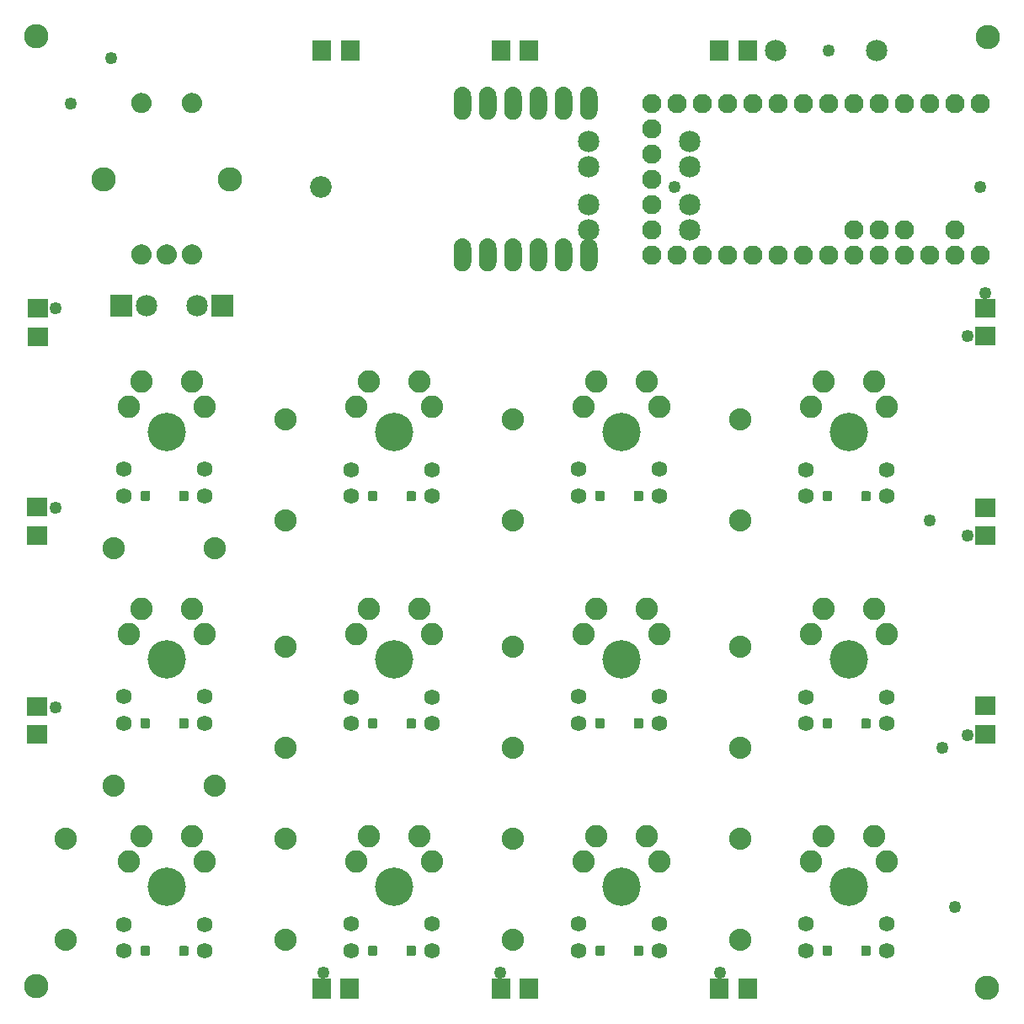
<source format=gts>
G04 MADE WITH FRITZING*
G04 WWW.FRITZING.ORG*
G04 DOUBLE SIDED*
G04 HOLES PLATED*
G04 CONTOUR ON CENTER OF CONTOUR VECTOR*
%ASAXBY*%
%FSLAX23Y23*%
%MOIN*%
%OFA0B0*%
%SFA1.0B1.0*%
%ADD10C,0.049370*%
%ADD11C,0.076889*%
%ADD12C,0.085433*%
%ADD13C,0.085000*%
%ADD14C,0.096614*%
%ADD15C,0.151732*%
%ADD16C,0.088000*%
%ADD17C,0.062361*%
%ADD18C,0.088639*%
%ADD19C,0.068759*%
%ADD20R,0.072992X0.080984*%
%ADD21R,0.080984X0.072992*%
%ADD22R,0.085000X0.085000*%
%ADD23R,0.001000X0.001000*%
%LNMASK1*%
G90*
G70*
G54D10*
X2610Y3257D03*
G54D11*
X2520Y2987D03*
X2620Y2987D03*
X2720Y2987D03*
X2820Y2987D03*
X2920Y2987D03*
X3020Y2987D03*
X3120Y2987D03*
X3220Y2987D03*
X3320Y2987D03*
X3420Y2987D03*
X3520Y2987D03*
X3620Y2987D03*
X3720Y2987D03*
X3820Y2987D03*
X3720Y3087D03*
X3420Y3087D03*
X3520Y3087D03*
X2520Y3587D03*
X2620Y3587D03*
X2720Y3587D03*
X2820Y3587D03*
X2920Y3587D03*
X3020Y3587D03*
X3120Y3587D03*
X3220Y3587D03*
X3320Y3587D03*
X3420Y3587D03*
X3520Y3587D03*
X3620Y3587D03*
X3720Y3587D03*
X3820Y3587D03*
X3320Y3087D03*
X2520Y3387D03*
X2520Y3487D03*
X2520Y3287D03*
X2520Y3087D03*
X2520Y3187D03*
G54D10*
X3220Y3797D03*
X380Y3767D03*
X160Y2777D03*
G54D12*
X1210Y3257D03*
G54D13*
X3010Y3797D03*
X3410Y3797D03*
G54D14*
X3849Y3850D03*
X85Y3851D03*
X850Y3287D03*
X350Y3287D03*
G54D15*
X3300Y487D03*
X2400Y487D03*
X1500Y487D03*
X600Y487D03*
X3300Y1387D03*
X2400Y1387D03*
X1500Y1387D03*
X600Y1387D03*
X3300Y2287D03*
X2400Y2287D03*
X1500Y2287D03*
X600Y2287D03*
G54D14*
X85Y93D03*
X3847Y87D03*
G54D13*
X2270Y3087D03*
X2670Y3087D03*
X2270Y3437D03*
X2670Y3437D03*
X2270Y3337D03*
X2670Y3337D03*
X2270Y3187D03*
X2670Y3187D03*
G54D16*
X200Y677D03*
X200Y277D03*
X200Y677D03*
X200Y277D03*
X200Y677D03*
X200Y277D03*
X1070Y677D03*
X1070Y277D03*
X1070Y677D03*
X1070Y277D03*
X1070Y677D03*
X1070Y277D03*
X1970Y677D03*
X1970Y277D03*
X1970Y677D03*
X1970Y277D03*
X1970Y677D03*
X1970Y277D03*
X2870Y677D03*
X2870Y277D03*
X2870Y677D03*
X2870Y277D03*
X2870Y677D03*
X2870Y277D03*
X2870Y1437D03*
X2870Y1037D03*
X2870Y1437D03*
X2870Y1037D03*
X2870Y1437D03*
X2870Y1037D03*
X1970Y1437D03*
X1970Y1037D03*
X1970Y1437D03*
X1970Y1037D03*
X1970Y1437D03*
X1970Y1037D03*
X1070Y1437D03*
X1070Y1037D03*
X1070Y1437D03*
X1070Y1037D03*
X1070Y1437D03*
X1070Y1037D03*
X390Y887D03*
X790Y887D03*
X390Y887D03*
X790Y887D03*
X390Y887D03*
X790Y887D03*
X2870Y2337D03*
X2870Y1937D03*
X2870Y2337D03*
X2870Y1937D03*
X2870Y2337D03*
X2870Y1937D03*
X1970Y2337D03*
X1970Y1937D03*
X1970Y2337D03*
X1970Y1937D03*
X1970Y2337D03*
X1970Y1937D03*
X1070Y2337D03*
X1070Y1937D03*
X1070Y2337D03*
X1070Y1937D03*
X1070Y2337D03*
X1070Y1937D03*
X390Y1827D03*
X790Y1827D03*
X390Y1827D03*
X790Y1827D03*
X390Y1827D03*
X790Y1827D03*
G54D13*
X820Y2787D03*
X720Y2787D03*
X820Y2787D03*
X720Y2787D03*
X420Y2787D03*
X520Y2787D03*
X420Y2787D03*
X520Y2787D03*
G54D17*
X750Y1238D03*
X431Y1238D03*
X750Y1132D03*
X431Y1132D03*
G54D18*
X450Y1487D03*
X500Y1587D03*
X700Y1587D03*
X750Y1487D03*
G54D17*
X750Y337D03*
X431Y337D03*
X750Y231D03*
X431Y231D03*
G54D18*
X450Y586D03*
X500Y686D03*
X700Y686D03*
X750Y586D03*
G54D17*
X3450Y2137D03*
X3131Y2137D03*
X3450Y2031D03*
X3131Y2031D03*
G54D18*
X3150Y2386D03*
X3200Y2486D03*
X3400Y2486D03*
X3450Y2386D03*
G54D17*
X2550Y2138D03*
X2231Y2138D03*
X2550Y2032D03*
X2231Y2032D03*
G54D18*
X2250Y2387D03*
X2300Y2487D03*
X2500Y2487D03*
X2550Y2387D03*
G54D17*
X1650Y2137D03*
X1331Y2137D03*
X1650Y2031D03*
X1331Y2031D03*
G54D18*
X1350Y2386D03*
X1400Y2486D03*
X1600Y2486D03*
X1650Y2386D03*
G54D17*
X750Y2138D03*
X431Y2138D03*
X750Y2032D03*
X431Y2032D03*
G54D18*
X451Y2387D03*
X500Y2487D03*
X700Y2487D03*
X750Y2387D03*
G54D17*
X3450Y1237D03*
X3131Y1237D03*
X3450Y1131D03*
X3131Y1131D03*
G54D18*
X3150Y1486D03*
X3200Y1586D03*
X3400Y1586D03*
X3450Y1486D03*
G54D17*
X2550Y1238D03*
X2231Y1238D03*
X2550Y1132D03*
X2231Y1132D03*
G54D18*
X2250Y1487D03*
X2300Y1587D03*
X2500Y1587D03*
X2550Y1487D03*
G54D17*
X1650Y1237D03*
X1331Y1237D03*
X1650Y1131D03*
X1331Y1131D03*
G54D18*
X1350Y1486D03*
X1400Y1586D03*
X1600Y1586D03*
X1650Y1486D03*
G54D17*
X1650Y338D03*
X1331Y338D03*
X1650Y232D03*
X1331Y232D03*
G54D18*
X1351Y587D03*
X1401Y687D03*
X1600Y687D03*
X1650Y587D03*
G54D17*
X2550Y338D03*
X2231Y338D03*
X2550Y232D03*
X2231Y232D03*
G54D18*
X2251Y587D03*
X2300Y687D03*
X2500Y687D03*
X2550Y587D03*
G54D17*
X3450Y338D03*
X3131Y338D03*
X3450Y232D03*
X3131Y232D03*
G54D18*
X3150Y587D03*
X3200Y687D03*
X3400Y687D03*
X3450Y587D03*
G54D10*
X3670Y1037D03*
X3720Y407D03*
G54D19*
X1770Y3586D03*
X1870Y3586D03*
X1970Y3586D03*
X2070Y3586D03*
X2170Y3586D03*
X2270Y3587D03*
X1770Y2986D03*
X1870Y2986D03*
X1970Y2986D03*
X2070Y2986D03*
X2170Y2986D03*
X2270Y2987D03*
G54D10*
X3620Y1937D03*
X160Y1987D03*
X160Y1197D03*
X2790Y147D03*
X1920Y147D03*
X1220Y147D03*
X3770Y1087D03*
X3770Y1877D03*
X3770Y2667D03*
X3840Y2837D03*
X3820Y3257D03*
X220Y3587D03*
G54D20*
X1214Y3797D03*
X1326Y3797D03*
G54D21*
X87Y1877D03*
X87Y1989D03*
G54D20*
X2787Y3797D03*
X2899Y3797D03*
G54D21*
X3840Y1201D03*
X3840Y1089D03*
X3840Y1987D03*
X3840Y1875D03*
X89Y2663D03*
X89Y2775D03*
G54D20*
X1324Y83D03*
X1212Y83D03*
X1923Y3797D03*
X2035Y3797D03*
G54D22*
X820Y2787D03*
X820Y2787D03*
X420Y2787D03*
X420Y2787D03*
G54D21*
X3840Y2776D03*
X3840Y2664D03*
X87Y1088D03*
X87Y1200D03*
G54D20*
X2899Y82D03*
X2787Y82D03*
X2034Y82D03*
X1922Y82D03*
G54D23*
X1770Y3651D02*
X1771Y3651D01*
X1870Y3651D02*
X1871Y3651D01*
X1970Y3651D02*
X1971Y3651D01*
X2070Y3651D02*
X2071Y3651D01*
X2170Y3651D02*
X2171Y3651D01*
X2269Y3651D02*
X2271Y3651D01*
X1762Y3650D02*
X1778Y3650D01*
X1862Y3650D02*
X1878Y3650D01*
X1962Y3650D02*
X1978Y3650D01*
X2062Y3650D02*
X2078Y3650D01*
X2162Y3650D02*
X2178Y3650D01*
X2262Y3650D02*
X2278Y3650D01*
X1759Y3649D02*
X1781Y3649D01*
X1859Y3649D02*
X1881Y3649D01*
X1959Y3649D02*
X1981Y3649D01*
X2059Y3649D02*
X2081Y3649D01*
X2159Y3649D02*
X2181Y3649D01*
X2259Y3649D02*
X2281Y3649D01*
X1757Y3648D02*
X1784Y3648D01*
X1857Y3648D02*
X1884Y3648D01*
X1957Y3648D02*
X1984Y3648D01*
X2057Y3648D02*
X2084Y3648D01*
X2157Y3648D02*
X2184Y3648D01*
X2256Y3648D02*
X2284Y3648D01*
X1754Y3647D02*
X1786Y3647D01*
X1854Y3647D02*
X1886Y3647D01*
X1954Y3647D02*
X1986Y3647D01*
X2054Y3647D02*
X2086Y3647D01*
X2154Y3647D02*
X2186Y3647D01*
X2254Y3647D02*
X2286Y3647D01*
X1753Y3646D02*
X1787Y3646D01*
X1853Y3646D02*
X1887Y3646D01*
X1953Y3646D02*
X1987Y3646D01*
X2053Y3646D02*
X2087Y3646D01*
X2153Y3646D02*
X2187Y3646D01*
X2253Y3646D02*
X2287Y3646D01*
X1751Y3645D02*
X1789Y3645D01*
X1851Y3645D02*
X1889Y3645D01*
X1951Y3645D02*
X1989Y3645D01*
X2051Y3645D02*
X2089Y3645D01*
X2151Y3645D02*
X2189Y3645D01*
X2251Y3645D02*
X2289Y3645D01*
X1750Y3644D02*
X1791Y3644D01*
X1850Y3644D02*
X1891Y3644D01*
X1950Y3644D02*
X1990Y3644D01*
X2050Y3644D02*
X2091Y3644D01*
X2150Y3644D02*
X2191Y3644D01*
X2250Y3644D02*
X2290Y3644D01*
X1748Y3643D02*
X1792Y3643D01*
X1848Y3643D02*
X1892Y3643D01*
X1948Y3643D02*
X1992Y3643D01*
X2048Y3643D02*
X2092Y3643D01*
X2148Y3643D02*
X2192Y3643D01*
X2248Y3643D02*
X2292Y3643D01*
X1747Y3642D02*
X1793Y3642D01*
X1847Y3642D02*
X1893Y3642D01*
X1947Y3642D02*
X1993Y3642D01*
X2047Y3642D02*
X2093Y3642D01*
X2147Y3642D02*
X2193Y3642D01*
X2247Y3642D02*
X2293Y3642D01*
X1746Y3641D02*
X1794Y3641D01*
X1846Y3641D02*
X1894Y3641D01*
X1946Y3641D02*
X1994Y3641D01*
X2046Y3641D02*
X2094Y3641D01*
X2146Y3641D02*
X2194Y3641D01*
X2246Y3641D02*
X2294Y3641D01*
X1745Y3640D02*
X1795Y3640D01*
X1845Y3640D02*
X1895Y3640D01*
X1945Y3640D02*
X1995Y3640D01*
X2045Y3640D02*
X2095Y3640D01*
X2145Y3640D02*
X2195Y3640D01*
X2245Y3640D02*
X2295Y3640D01*
X1744Y3639D02*
X1796Y3639D01*
X1844Y3639D02*
X1896Y3639D01*
X1944Y3639D02*
X1996Y3639D01*
X2044Y3639D02*
X2096Y3639D01*
X2144Y3639D02*
X2196Y3639D01*
X2244Y3639D02*
X2296Y3639D01*
X1743Y3638D02*
X1797Y3638D01*
X1843Y3638D02*
X1897Y3638D01*
X1943Y3638D02*
X1997Y3638D01*
X2043Y3638D02*
X2097Y3638D01*
X2143Y3638D02*
X2197Y3638D01*
X2243Y3638D02*
X2297Y3638D01*
X1743Y3637D02*
X1797Y3637D01*
X1843Y3637D02*
X1897Y3637D01*
X1943Y3637D02*
X1997Y3637D01*
X2043Y3637D02*
X2097Y3637D01*
X2143Y3637D02*
X2197Y3637D01*
X2243Y3637D02*
X2297Y3637D01*
X1742Y3636D02*
X1798Y3636D01*
X1842Y3636D02*
X1898Y3636D01*
X1942Y3636D02*
X1998Y3636D01*
X2042Y3636D02*
X2098Y3636D01*
X2142Y3636D02*
X2198Y3636D01*
X2242Y3636D02*
X2298Y3636D01*
X1741Y3635D02*
X1799Y3635D01*
X1841Y3635D02*
X1899Y3635D01*
X1941Y3635D02*
X1999Y3635D01*
X2041Y3635D02*
X2099Y3635D01*
X2141Y3635D02*
X2199Y3635D01*
X2241Y3635D02*
X2299Y3635D01*
X1741Y3634D02*
X1799Y3634D01*
X1841Y3634D02*
X1899Y3634D01*
X1941Y3634D02*
X1999Y3634D01*
X2041Y3634D02*
X2099Y3634D01*
X2141Y3634D02*
X2199Y3634D01*
X2241Y3634D02*
X2299Y3634D01*
X1740Y3633D02*
X1800Y3633D01*
X1840Y3633D02*
X1900Y3633D01*
X1940Y3633D02*
X2000Y3633D01*
X2040Y3633D02*
X2100Y3633D01*
X2140Y3633D02*
X2200Y3633D01*
X2240Y3633D02*
X2300Y3633D01*
X1740Y3632D02*
X1801Y3632D01*
X1840Y3632D02*
X1901Y3632D01*
X1940Y3632D02*
X2001Y3632D01*
X2040Y3632D02*
X2101Y3632D01*
X2140Y3632D02*
X2201Y3632D01*
X2239Y3632D02*
X2301Y3632D01*
X1739Y3631D02*
X1801Y3631D01*
X1839Y3631D02*
X1901Y3631D01*
X1939Y3631D02*
X2001Y3631D01*
X2039Y3631D02*
X2101Y3631D01*
X2139Y3631D02*
X2201Y3631D01*
X2239Y3631D02*
X2301Y3631D01*
X1739Y3630D02*
X1802Y3630D01*
X1839Y3630D02*
X1902Y3630D01*
X1939Y3630D02*
X2002Y3630D01*
X2039Y3630D02*
X2102Y3630D01*
X2139Y3630D02*
X2202Y3630D01*
X2239Y3630D02*
X2302Y3630D01*
X1738Y3629D02*
X1802Y3629D01*
X1838Y3629D02*
X1902Y3629D01*
X1938Y3629D02*
X2002Y3629D01*
X2038Y3629D02*
X2102Y3629D01*
X2138Y3629D02*
X2202Y3629D01*
X2238Y3629D02*
X2302Y3629D01*
X1738Y3628D02*
X1802Y3628D01*
X1838Y3628D02*
X1902Y3628D01*
X1938Y3628D02*
X2002Y3628D01*
X2038Y3628D02*
X2102Y3628D01*
X2138Y3628D02*
X2202Y3628D01*
X2238Y3628D02*
X2302Y3628D01*
X495Y3627D02*
X504Y3627D01*
X695Y3627D02*
X704Y3627D01*
X1737Y3627D02*
X1803Y3627D01*
X1837Y3627D02*
X1903Y3627D01*
X1937Y3627D02*
X2003Y3627D01*
X2037Y3627D02*
X2103Y3627D01*
X2137Y3627D02*
X2203Y3627D01*
X2237Y3627D02*
X2303Y3627D01*
X490Y3626D02*
X509Y3626D01*
X690Y3626D02*
X709Y3626D01*
X1737Y3626D02*
X1803Y3626D01*
X1837Y3626D02*
X1903Y3626D01*
X1937Y3626D02*
X2003Y3626D01*
X2037Y3626D02*
X2103Y3626D01*
X2137Y3626D02*
X2203Y3626D01*
X2237Y3626D02*
X2303Y3626D01*
X486Y3625D02*
X513Y3625D01*
X686Y3625D02*
X713Y3625D01*
X1737Y3625D02*
X1803Y3625D01*
X1837Y3625D02*
X1903Y3625D01*
X1937Y3625D02*
X2003Y3625D01*
X2037Y3625D02*
X2103Y3625D01*
X2137Y3625D02*
X2203Y3625D01*
X2237Y3625D02*
X2303Y3625D01*
X484Y3624D02*
X515Y3624D01*
X684Y3624D02*
X715Y3624D01*
X1737Y3624D02*
X1804Y3624D01*
X1837Y3624D02*
X1904Y3624D01*
X1937Y3624D02*
X2004Y3624D01*
X2037Y3624D02*
X2104Y3624D01*
X2137Y3624D02*
X2204Y3624D01*
X2237Y3624D02*
X2304Y3624D01*
X482Y3623D02*
X517Y3623D01*
X682Y3623D02*
X717Y3623D01*
X1736Y3623D02*
X1804Y3623D01*
X1836Y3623D02*
X1904Y3623D01*
X1936Y3623D02*
X2004Y3623D01*
X2036Y3623D02*
X2104Y3623D01*
X2136Y3623D02*
X2204Y3623D01*
X2236Y3623D02*
X2304Y3623D01*
X480Y3622D02*
X519Y3622D01*
X680Y3622D02*
X719Y3622D01*
X1736Y3622D02*
X1804Y3622D01*
X1836Y3622D02*
X1904Y3622D01*
X1936Y3622D02*
X2004Y3622D01*
X2036Y3622D02*
X2104Y3622D01*
X2136Y3622D02*
X2204Y3622D01*
X2236Y3622D02*
X2304Y3622D01*
X478Y3621D02*
X521Y3621D01*
X678Y3621D02*
X721Y3621D01*
X1736Y3621D02*
X1804Y3621D01*
X1836Y3621D02*
X1904Y3621D01*
X1936Y3621D02*
X2004Y3621D01*
X2036Y3621D02*
X2104Y3621D01*
X2136Y3621D02*
X2204Y3621D01*
X2236Y3621D02*
X2304Y3621D01*
X477Y3620D02*
X522Y3620D01*
X677Y3620D02*
X722Y3620D01*
X1736Y3620D02*
X1804Y3620D01*
X1836Y3620D02*
X1904Y3620D01*
X1936Y3620D02*
X2004Y3620D01*
X2036Y3620D02*
X2104Y3620D01*
X2136Y3620D02*
X2204Y3620D01*
X2236Y3620D02*
X2304Y3620D01*
X476Y3619D02*
X524Y3619D01*
X676Y3619D02*
X724Y3619D01*
X1736Y3619D02*
X1804Y3619D01*
X1836Y3619D02*
X1904Y3619D01*
X1936Y3619D02*
X2004Y3619D01*
X2036Y3619D02*
X2104Y3619D01*
X2136Y3619D02*
X2204Y3619D01*
X2236Y3619D02*
X2304Y3619D01*
X474Y3618D02*
X525Y3618D01*
X674Y3618D02*
X725Y3618D01*
X1736Y3618D02*
X1804Y3618D01*
X1836Y3618D02*
X1904Y3618D01*
X1936Y3618D02*
X2004Y3618D01*
X2036Y3618D02*
X2104Y3618D01*
X2136Y3618D02*
X2204Y3618D01*
X2236Y3618D02*
X2304Y3618D01*
X473Y3617D02*
X526Y3617D01*
X673Y3617D02*
X726Y3617D01*
X1736Y3617D02*
X1804Y3617D01*
X1836Y3617D02*
X1904Y3617D01*
X1936Y3617D02*
X2004Y3617D01*
X2036Y3617D02*
X2104Y3617D01*
X2136Y3617D02*
X2204Y3617D01*
X2236Y3617D02*
X2304Y3617D01*
X472Y3616D02*
X527Y3616D01*
X672Y3616D02*
X727Y3616D01*
X1736Y3616D02*
X1805Y3616D01*
X1836Y3616D02*
X1905Y3616D01*
X1936Y3616D02*
X2005Y3616D01*
X2036Y3616D02*
X2105Y3616D01*
X2136Y3616D02*
X2205Y3616D01*
X2236Y3616D02*
X2305Y3616D01*
X471Y3615D02*
X528Y3615D01*
X671Y3615D02*
X728Y3615D01*
X1736Y3615D02*
X1805Y3615D01*
X1836Y3615D02*
X1905Y3615D01*
X1936Y3615D02*
X2005Y3615D01*
X2036Y3615D02*
X2105Y3615D01*
X2136Y3615D02*
X2205Y3615D01*
X2236Y3615D02*
X2305Y3615D01*
X470Y3614D02*
X529Y3614D01*
X670Y3614D02*
X729Y3614D01*
X1736Y3614D02*
X1805Y3614D01*
X1836Y3614D02*
X1905Y3614D01*
X1936Y3614D02*
X2005Y3614D01*
X2036Y3614D02*
X2105Y3614D01*
X2136Y3614D02*
X2205Y3614D01*
X2236Y3614D02*
X2305Y3614D01*
X469Y3613D02*
X530Y3613D01*
X669Y3613D02*
X730Y3613D01*
X1736Y3613D02*
X1805Y3613D01*
X1836Y3613D02*
X1905Y3613D01*
X1936Y3613D02*
X2005Y3613D01*
X2036Y3613D02*
X2105Y3613D01*
X2136Y3613D02*
X2205Y3613D01*
X2236Y3613D02*
X2305Y3613D01*
X469Y3612D02*
X531Y3612D01*
X669Y3612D02*
X731Y3612D01*
X1736Y3612D02*
X1805Y3612D01*
X1836Y3612D02*
X1905Y3612D01*
X1936Y3612D02*
X2005Y3612D01*
X2036Y3612D02*
X2105Y3612D01*
X2136Y3612D02*
X2205Y3612D01*
X2236Y3612D02*
X2305Y3612D01*
X468Y3611D02*
X531Y3611D01*
X668Y3611D02*
X731Y3611D01*
X1736Y3611D02*
X1805Y3611D01*
X1836Y3611D02*
X1905Y3611D01*
X1936Y3611D02*
X2005Y3611D01*
X2036Y3611D02*
X2105Y3611D01*
X2136Y3611D02*
X2205Y3611D01*
X2236Y3611D02*
X2305Y3611D01*
X467Y3610D02*
X532Y3610D01*
X667Y3610D02*
X732Y3610D01*
X1736Y3610D02*
X1805Y3610D01*
X1836Y3610D02*
X1905Y3610D01*
X1936Y3610D02*
X2005Y3610D01*
X2036Y3610D02*
X2105Y3610D01*
X2136Y3610D02*
X2205Y3610D01*
X2236Y3610D02*
X2305Y3610D01*
X467Y3609D02*
X533Y3609D01*
X667Y3609D02*
X733Y3609D01*
X1736Y3609D02*
X1805Y3609D01*
X1836Y3609D02*
X1905Y3609D01*
X1936Y3609D02*
X2005Y3609D01*
X2036Y3609D02*
X2105Y3609D01*
X2136Y3609D02*
X2205Y3609D01*
X2236Y3609D02*
X2305Y3609D01*
X466Y3608D02*
X533Y3608D01*
X666Y3608D02*
X733Y3608D01*
X1736Y3608D02*
X1805Y3608D01*
X1836Y3608D02*
X1905Y3608D01*
X1936Y3608D02*
X2005Y3608D01*
X2036Y3608D02*
X2105Y3608D01*
X2136Y3608D02*
X2205Y3608D01*
X2236Y3608D02*
X2305Y3608D01*
X465Y3607D02*
X534Y3607D01*
X665Y3607D02*
X734Y3607D01*
X1736Y3607D02*
X1805Y3607D01*
X1836Y3607D02*
X1905Y3607D01*
X1936Y3607D02*
X2005Y3607D01*
X2036Y3607D02*
X2105Y3607D01*
X2136Y3607D02*
X2205Y3607D01*
X2236Y3607D02*
X2305Y3607D01*
X465Y3606D02*
X535Y3606D01*
X665Y3606D02*
X735Y3606D01*
X1736Y3606D02*
X1805Y3606D01*
X1836Y3606D02*
X1905Y3606D01*
X1936Y3606D02*
X2005Y3606D01*
X2036Y3606D02*
X2105Y3606D01*
X2136Y3606D02*
X2205Y3606D01*
X2236Y3606D02*
X2305Y3606D01*
X464Y3605D02*
X535Y3605D01*
X664Y3605D02*
X735Y3605D01*
X1736Y3605D02*
X1805Y3605D01*
X1836Y3605D02*
X1905Y3605D01*
X1936Y3605D02*
X2005Y3605D01*
X2036Y3605D02*
X2105Y3605D01*
X2136Y3605D02*
X2205Y3605D01*
X2236Y3605D02*
X2305Y3605D01*
X464Y3604D02*
X536Y3604D01*
X664Y3604D02*
X736Y3604D01*
X1736Y3604D02*
X1805Y3604D01*
X1836Y3604D02*
X1905Y3604D01*
X1936Y3604D02*
X2005Y3604D01*
X2036Y3604D02*
X2105Y3604D01*
X2136Y3604D02*
X2205Y3604D01*
X2236Y3604D02*
X2305Y3604D01*
X463Y3603D02*
X536Y3603D01*
X663Y3603D02*
X736Y3603D01*
X1736Y3603D02*
X1805Y3603D01*
X1836Y3603D02*
X1905Y3603D01*
X1936Y3603D02*
X2005Y3603D01*
X2036Y3603D02*
X2105Y3603D01*
X2136Y3603D02*
X2205Y3603D01*
X2236Y3603D02*
X2305Y3603D01*
X463Y3602D02*
X536Y3602D01*
X663Y3602D02*
X736Y3602D01*
X1736Y3602D02*
X1805Y3602D01*
X1836Y3602D02*
X1905Y3602D01*
X1936Y3602D02*
X2005Y3602D01*
X2036Y3602D02*
X2105Y3602D01*
X2136Y3602D02*
X2205Y3602D01*
X2236Y3602D02*
X2305Y3602D01*
X463Y3601D02*
X537Y3601D01*
X663Y3601D02*
X737Y3601D01*
X1736Y3601D02*
X1769Y3601D01*
X1771Y3601D02*
X1805Y3601D01*
X1836Y3601D02*
X1869Y3601D01*
X1871Y3601D02*
X1905Y3601D01*
X1936Y3601D02*
X1969Y3601D01*
X1971Y3601D02*
X2005Y3601D01*
X2036Y3601D02*
X2069Y3601D01*
X2071Y3601D02*
X2105Y3601D01*
X2136Y3601D02*
X2169Y3601D01*
X2171Y3601D02*
X2205Y3601D01*
X2236Y3601D02*
X2269Y3601D01*
X2271Y3601D02*
X2305Y3601D01*
X462Y3600D02*
X537Y3600D01*
X662Y3600D02*
X737Y3600D01*
X1736Y3600D02*
X1764Y3600D01*
X1776Y3600D02*
X1805Y3600D01*
X1836Y3600D02*
X1864Y3600D01*
X1876Y3600D02*
X1905Y3600D01*
X1936Y3600D02*
X1964Y3600D01*
X1976Y3600D02*
X2005Y3600D01*
X2036Y3600D02*
X2064Y3600D01*
X2076Y3600D02*
X2105Y3600D01*
X2136Y3600D02*
X2164Y3600D01*
X2176Y3600D02*
X2205Y3600D01*
X2236Y3600D02*
X2264Y3600D01*
X2276Y3600D02*
X2305Y3600D01*
X462Y3599D02*
X537Y3599D01*
X662Y3599D02*
X737Y3599D01*
X1736Y3599D02*
X1762Y3599D01*
X1778Y3599D02*
X1805Y3599D01*
X1836Y3599D02*
X1862Y3599D01*
X1878Y3599D02*
X1905Y3599D01*
X1936Y3599D02*
X1962Y3599D01*
X1978Y3599D02*
X2005Y3599D01*
X2036Y3599D02*
X2062Y3599D01*
X2078Y3599D02*
X2105Y3599D01*
X2136Y3599D02*
X2162Y3599D01*
X2178Y3599D02*
X2205Y3599D01*
X2236Y3599D02*
X2262Y3599D01*
X2278Y3599D02*
X2305Y3599D01*
X462Y3598D02*
X538Y3598D01*
X662Y3598D02*
X738Y3598D01*
X1736Y3598D02*
X1761Y3598D01*
X1780Y3598D02*
X1805Y3598D01*
X1836Y3598D02*
X1861Y3598D01*
X1880Y3598D02*
X1905Y3598D01*
X1936Y3598D02*
X1961Y3598D01*
X1980Y3598D02*
X2005Y3598D01*
X2036Y3598D02*
X2061Y3598D01*
X2080Y3598D02*
X2105Y3598D01*
X2136Y3598D02*
X2161Y3598D01*
X2180Y3598D02*
X2205Y3598D01*
X2236Y3598D02*
X2260Y3598D01*
X2280Y3598D02*
X2305Y3598D01*
X461Y3597D02*
X538Y3597D01*
X661Y3597D02*
X738Y3597D01*
X1736Y3597D02*
X1759Y3597D01*
X1781Y3597D02*
X1805Y3597D01*
X1836Y3597D02*
X1859Y3597D01*
X1881Y3597D02*
X1905Y3597D01*
X1936Y3597D02*
X1959Y3597D01*
X1981Y3597D02*
X2005Y3597D01*
X2036Y3597D02*
X2059Y3597D01*
X2081Y3597D02*
X2105Y3597D01*
X2136Y3597D02*
X2159Y3597D01*
X2181Y3597D02*
X2205Y3597D01*
X2236Y3597D02*
X2259Y3597D01*
X2281Y3597D02*
X2305Y3597D01*
X461Y3596D02*
X538Y3596D01*
X661Y3596D02*
X738Y3596D01*
X1736Y3596D02*
X1758Y3596D01*
X1782Y3596D02*
X1805Y3596D01*
X1836Y3596D02*
X1858Y3596D01*
X1882Y3596D02*
X1905Y3596D01*
X1936Y3596D02*
X1958Y3596D01*
X1982Y3596D02*
X2005Y3596D01*
X2036Y3596D02*
X2058Y3596D01*
X2082Y3596D02*
X2105Y3596D01*
X2136Y3596D02*
X2158Y3596D01*
X2182Y3596D02*
X2205Y3596D01*
X2236Y3596D02*
X2258Y3596D01*
X2282Y3596D02*
X2305Y3596D01*
X461Y3595D02*
X538Y3595D01*
X661Y3595D02*
X738Y3595D01*
X1736Y3595D02*
X1758Y3595D01*
X1783Y3595D02*
X1805Y3595D01*
X1836Y3595D02*
X1858Y3595D01*
X1883Y3595D02*
X1905Y3595D01*
X1936Y3595D02*
X1958Y3595D01*
X1983Y3595D02*
X2005Y3595D01*
X2036Y3595D02*
X2058Y3595D01*
X2083Y3595D02*
X2105Y3595D01*
X2136Y3595D02*
X2158Y3595D01*
X2183Y3595D02*
X2205Y3595D01*
X2236Y3595D02*
X2258Y3595D01*
X2283Y3595D02*
X2305Y3595D01*
X461Y3594D02*
X538Y3594D01*
X661Y3594D02*
X738Y3594D01*
X1736Y3594D02*
X1757Y3594D01*
X1783Y3594D02*
X1805Y3594D01*
X1836Y3594D02*
X1857Y3594D01*
X1883Y3594D02*
X1905Y3594D01*
X1936Y3594D02*
X1957Y3594D01*
X1983Y3594D02*
X2005Y3594D01*
X2036Y3594D02*
X2057Y3594D01*
X2083Y3594D02*
X2105Y3594D01*
X2136Y3594D02*
X2157Y3594D01*
X2183Y3594D02*
X2205Y3594D01*
X2236Y3594D02*
X2257Y3594D01*
X2283Y3594D02*
X2305Y3594D01*
X461Y3593D02*
X539Y3593D01*
X661Y3593D02*
X739Y3593D01*
X1736Y3593D02*
X1756Y3593D01*
X1784Y3593D02*
X1805Y3593D01*
X1836Y3593D02*
X1856Y3593D01*
X1884Y3593D02*
X1905Y3593D01*
X1936Y3593D02*
X1956Y3593D01*
X1984Y3593D02*
X2005Y3593D01*
X2036Y3593D02*
X2056Y3593D01*
X2084Y3593D02*
X2105Y3593D01*
X2136Y3593D02*
X2156Y3593D01*
X2184Y3593D02*
X2205Y3593D01*
X2236Y3593D02*
X2256Y3593D01*
X2284Y3593D02*
X2305Y3593D01*
X460Y3592D02*
X539Y3592D01*
X660Y3592D02*
X739Y3592D01*
X1736Y3592D02*
X1756Y3592D01*
X1784Y3592D02*
X1805Y3592D01*
X1836Y3592D02*
X1856Y3592D01*
X1884Y3592D02*
X1905Y3592D01*
X1936Y3592D02*
X1956Y3592D01*
X1984Y3592D02*
X2005Y3592D01*
X2036Y3592D02*
X2056Y3592D01*
X2084Y3592D02*
X2105Y3592D01*
X2136Y3592D02*
X2156Y3592D01*
X2184Y3592D02*
X2205Y3592D01*
X2236Y3592D02*
X2256Y3592D01*
X2284Y3592D02*
X2305Y3592D01*
X460Y3591D02*
X539Y3591D01*
X660Y3591D02*
X739Y3591D01*
X1736Y3591D02*
X1755Y3591D01*
X1785Y3591D02*
X1805Y3591D01*
X1836Y3591D02*
X1855Y3591D01*
X1885Y3591D02*
X1905Y3591D01*
X1936Y3591D02*
X1955Y3591D01*
X1985Y3591D02*
X2005Y3591D01*
X2036Y3591D02*
X2055Y3591D01*
X2085Y3591D02*
X2105Y3591D01*
X2136Y3591D02*
X2155Y3591D01*
X2185Y3591D02*
X2205Y3591D01*
X2236Y3591D02*
X2255Y3591D01*
X2285Y3591D02*
X2305Y3591D01*
X460Y3590D02*
X539Y3590D01*
X660Y3590D02*
X739Y3590D01*
X1736Y3590D02*
X1755Y3590D01*
X1785Y3590D02*
X1805Y3590D01*
X1836Y3590D02*
X1855Y3590D01*
X1885Y3590D02*
X1905Y3590D01*
X1936Y3590D02*
X1955Y3590D01*
X1985Y3590D02*
X2005Y3590D01*
X2036Y3590D02*
X2055Y3590D01*
X2085Y3590D02*
X2105Y3590D01*
X2136Y3590D02*
X2155Y3590D01*
X2185Y3590D02*
X2205Y3590D01*
X2236Y3590D02*
X2255Y3590D01*
X2285Y3590D02*
X2305Y3590D01*
X460Y3589D02*
X539Y3589D01*
X660Y3589D02*
X739Y3589D01*
X1736Y3589D02*
X1755Y3589D01*
X1785Y3589D02*
X1805Y3589D01*
X1836Y3589D02*
X1855Y3589D01*
X1885Y3589D02*
X1905Y3589D01*
X1936Y3589D02*
X1955Y3589D01*
X1985Y3589D02*
X2005Y3589D01*
X2036Y3589D02*
X2055Y3589D01*
X2085Y3589D02*
X2105Y3589D01*
X2136Y3589D02*
X2155Y3589D01*
X2185Y3589D02*
X2205Y3589D01*
X2236Y3589D02*
X2255Y3589D01*
X2285Y3589D02*
X2305Y3589D01*
X460Y3588D02*
X539Y3588D01*
X660Y3588D02*
X739Y3588D01*
X1736Y3588D02*
X1755Y3588D01*
X1785Y3588D02*
X1805Y3588D01*
X1836Y3588D02*
X1855Y3588D01*
X1885Y3588D02*
X1905Y3588D01*
X1936Y3588D02*
X1955Y3588D01*
X1985Y3588D02*
X2005Y3588D01*
X2036Y3588D02*
X2055Y3588D01*
X2085Y3588D02*
X2105Y3588D01*
X2136Y3588D02*
X2155Y3588D01*
X2185Y3588D02*
X2205Y3588D01*
X2236Y3588D02*
X2255Y3588D01*
X2285Y3588D02*
X2305Y3588D01*
X460Y3587D02*
X539Y3587D01*
X660Y3587D02*
X739Y3587D01*
X1736Y3587D02*
X1755Y3587D01*
X1785Y3587D02*
X1805Y3587D01*
X1836Y3587D02*
X1855Y3587D01*
X1885Y3587D02*
X1905Y3587D01*
X1936Y3587D02*
X1955Y3587D01*
X1985Y3587D02*
X2005Y3587D01*
X2036Y3587D02*
X2055Y3587D01*
X2085Y3587D02*
X2105Y3587D01*
X2136Y3587D02*
X2155Y3587D01*
X2185Y3587D02*
X2205Y3587D01*
X2236Y3587D02*
X2255Y3587D01*
X2285Y3587D02*
X2305Y3587D01*
X460Y3586D02*
X539Y3586D01*
X660Y3586D02*
X739Y3586D01*
X1736Y3586D02*
X1755Y3586D01*
X1786Y3586D02*
X1805Y3586D01*
X1836Y3586D02*
X1855Y3586D01*
X1886Y3586D02*
X1905Y3586D01*
X1936Y3586D02*
X1955Y3586D01*
X1986Y3586D02*
X2005Y3586D01*
X2036Y3586D02*
X2055Y3586D01*
X2086Y3586D02*
X2105Y3586D01*
X2136Y3586D02*
X2155Y3586D01*
X2186Y3586D02*
X2205Y3586D01*
X2236Y3586D02*
X2255Y3586D01*
X2286Y3586D02*
X2305Y3586D01*
X460Y3585D02*
X539Y3585D01*
X660Y3585D02*
X739Y3585D01*
X1736Y3585D02*
X1755Y3585D01*
X1785Y3585D02*
X1805Y3585D01*
X1836Y3585D02*
X1855Y3585D01*
X1885Y3585D02*
X1905Y3585D01*
X1936Y3585D02*
X1955Y3585D01*
X1985Y3585D02*
X2005Y3585D01*
X2036Y3585D02*
X2055Y3585D01*
X2085Y3585D02*
X2105Y3585D01*
X2136Y3585D02*
X2155Y3585D01*
X2185Y3585D02*
X2205Y3585D01*
X2236Y3585D02*
X2255Y3585D01*
X2285Y3585D02*
X2305Y3585D01*
X460Y3584D02*
X539Y3584D01*
X660Y3584D02*
X739Y3584D01*
X1736Y3584D02*
X1755Y3584D01*
X1785Y3584D02*
X1805Y3584D01*
X1836Y3584D02*
X1855Y3584D01*
X1885Y3584D02*
X1905Y3584D01*
X1936Y3584D02*
X1955Y3584D01*
X1985Y3584D02*
X2005Y3584D01*
X2036Y3584D02*
X2055Y3584D01*
X2085Y3584D02*
X2105Y3584D01*
X2136Y3584D02*
X2155Y3584D01*
X2185Y3584D02*
X2205Y3584D01*
X2236Y3584D02*
X2255Y3584D01*
X2285Y3584D02*
X2305Y3584D01*
X460Y3583D02*
X539Y3583D01*
X660Y3583D02*
X739Y3583D01*
X1736Y3583D02*
X1755Y3583D01*
X1785Y3583D02*
X1805Y3583D01*
X1836Y3583D02*
X1855Y3583D01*
X1885Y3583D02*
X1905Y3583D01*
X1936Y3583D02*
X1955Y3583D01*
X1985Y3583D02*
X2005Y3583D01*
X2036Y3583D02*
X2055Y3583D01*
X2085Y3583D02*
X2105Y3583D01*
X2136Y3583D02*
X2155Y3583D01*
X2185Y3583D02*
X2205Y3583D01*
X2236Y3583D02*
X2255Y3583D01*
X2285Y3583D02*
X2305Y3583D01*
X461Y3582D02*
X539Y3582D01*
X661Y3582D02*
X739Y3582D01*
X1736Y3582D02*
X1755Y3582D01*
X1785Y3582D02*
X1805Y3582D01*
X1836Y3582D02*
X1855Y3582D01*
X1885Y3582D02*
X1905Y3582D01*
X1936Y3582D02*
X1955Y3582D01*
X1985Y3582D02*
X2005Y3582D01*
X2036Y3582D02*
X2055Y3582D01*
X2085Y3582D02*
X2105Y3582D01*
X2136Y3582D02*
X2155Y3582D01*
X2185Y3582D02*
X2205Y3582D01*
X2236Y3582D02*
X2255Y3582D01*
X2285Y3582D02*
X2305Y3582D01*
X461Y3581D02*
X538Y3581D01*
X661Y3581D02*
X738Y3581D01*
X1736Y3581D02*
X1755Y3581D01*
X1785Y3581D02*
X1805Y3581D01*
X1836Y3581D02*
X1855Y3581D01*
X1885Y3581D02*
X1905Y3581D01*
X1936Y3581D02*
X1955Y3581D01*
X1985Y3581D02*
X2005Y3581D01*
X2036Y3581D02*
X2055Y3581D01*
X2085Y3581D02*
X2105Y3581D01*
X2136Y3581D02*
X2155Y3581D01*
X2185Y3581D02*
X2205Y3581D01*
X2236Y3581D02*
X2255Y3581D01*
X2285Y3581D02*
X2305Y3581D01*
X461Y3580D02*
X538Y3580D01*
X661Y3580D02*
X738Y3580D01*
X1736Y3580D02*
X1756Y3580D01*
X1784Y3580D02*
X1805Y3580D01*
X1836Y3580D02*
X1856Y3580D01*
X1884Y3580D02*
X1905Y3580D01*
X1936Y3580D02*
X1956Y3580D01*
X1984Y3580D02*
X2005Y3580D01*
X2036Y3580D02*
X2056Y3580D01*
X2084Y3580D02*
X2105Y3580D01*
X2136Y3580D02*
X2156Y3580D01*
X2184Y3580D02*
X2205Y3580D01*
X2236Y3580D02*
X2256Y3580D01*
X2284Y3580D02*
X2305Y3580D01*
X461Y3579D02*
X538Y3579D01*
X661Y3579D02*
X738Y3579D01*
X1736Y3579D02*
X1756Y3579D01*
X1784Y3579D02*
X1805Y3579D01*
X1836Y3579D02*
X1856Y3579D01*
X1884Y3579D02*
X1905Y3579D01*
X1936Y3579D02*
X1956Y3579D01*
X1984Y3579D02*
X2005Y3579D01*
X2036Y3579D02*
X2056Y3579D01*
X2084Y3579D02*
X2105Y3579D01*
X2136Y3579D02*
X2156Y3579D01*
X2184Y3579D02*
X2205Y3579D01*
X2236Y3579D02*
X2256Y3579D01*
X2284Y3579D02*
X2305Y3579D01*
X461Y3578D02*
X538Y3578D01*
X661Y3578D02*
X738Y3578D01*
X1736Y3578D02*
X1757Y3578D01*
X1783Y3578D02*
X1805Y3578D01*
X1836Y3578D02*
X1857Y3578D01*
X1883Y3578D02*
X1905Y3578D01*
X1936Y3578D02*
X1957Y3578D01*
X1983Y3578D02*
X2005Y3578D01*
X2036Y3578D02*
X2057Y3578D01*
X2083Y3578D02*
X2105Y3578D01*
X2136Y3578D02*
X2157Y3578D01*
X2183Y3578D02*
X2205Y3578D01*
X2236Y3578D02*
X2257Y3578D01*
X2283Y3578D02*
X2305Y3578D01*
X462Y3577D02*
X538Y3577D01*
X662Y3577D02*
X738Y3577D01*
X1736Y3577D02*
X1758Y3577D01*
X1782Y3577D02*
X1805Y3577D01*
X1836Y3577D02*
X1858Y3577D01*
X1882Y3577D02*
X1905Y3577D01*
X1936Y3577D02*
X1958Y3577D01*
X1982Y3577D02*
X2005Y3577D01*
X2036Y3577D02*
X2058Y3577D01*
X2082Y3577D02*
X2105Y3577D01*
X2136Y3577D02*
X2158Y3577D01*
X2182Y3577D02*
X2205Y3577D01*
X2236Y3577D02*
X2258Y3577D01*
X2282Y3577D02*
X2305Y3577D01*
X462Y3576D02*
X537Y3576D01*
X662Y3576D02*
X737Y3576D01*
X1736Y3576D02*
X1758Y3576D01*
X1782Y3576D02*
X1805Y3576D01*
X1836Y3576D02*
X1858Y3576D01*
X1882Y3576D02*
X1905Y3576D01*
X1936Y3576D02*
X1958Y3576D01*
X1982Y3576D02*
X2005Y3576D01*
X2036Y3576D02*
X2058Y3576D01*
X2082Y3576D02*
X2105Y3576D01*
X2136Y3576D02*
X2158Y3576D01*
X2182Y3576D02*
X2205Y3576D01*
X2236Y3576D02*
X2258Y3576D01*
X2282Y3576D02*
X2305Y3576D01*
X462Y3575D02*
X537Y3575D01*
X662Y3575D02*
X737Y3575D01*
X1736Y3575D02*
X1759Y3575D01*
X1781Y3575D02*
X1805Y3575D01*
X1836Y3575D02*
X1859Y3575D01*
X1881Y3575D02*
X1905Y3575D01*
X1936Y3575D02*
X1959Y3575D01*
X1981Y3575D02*
X2005Y3575D01*
X2036Y3575D02*
X2059Y3575D01*
X2081Y3575D02*
X2105Y3575D01*
X2136Y3575D02*
X2159Y3575D01*
X2181Y3575D02*
X2205Y3575D01*
X2236Y3575D02*
X2259Y3575D01*
X2281Y3575D02*
X2305Y3575D01*
X463Y3574D02*
X537Y3574D01*
X663Y3574D02*
X737Y3574D01*
X1736Y3574D02*
X1761Y3574D01*
X1779Y3574D02*
X1805Y3574D01*
X1836Y3574D02*
X1861Y3574D01*
X1879Y3574D02*
X1905Y3574D01*
X1936Y3574D02*
X1961Y3574D01*
X1979Y3574D02*
X2005Y3574D01*
X2036Y3574D02*
X2061Y3574D01*
X2079Y3574D02*
X2105Y3574D01*
X2136Y3574D02*
X2161Y3574D01*
X2179Y3574D02*
X2205Y3574D01*
X2236Y3574D02*
X2261Y3574D01*
X2279Y3574D02*
X2305Y3574D01*
X463Y3573D02*
X536Y3573D01*
X663Y3573D02*
X736Y3573D01*
X1736Y3573D02*
X1762Y3573D01*
X1778Y3573D02*
X1805Y3573D01*
X1836Y3573D02*
X1862Y3573D01*
X1878Y3573D02*
X1905Y3573D01*
X1936Y3573D02*
X1962Y3573D01*
X1978Y3573D02*
X2005Y3573D01*
X2036Y3573D02*
X2062Y3573D01*
X2078Y3573D02*
X2105Y3573D01*
X2136Y3573D02*
X2162Y3573D01*
X2178Y3573D02*
X2205Y3573D01*
X2236Y3573D02*
X2262Y3573D01*
X2278Y3573D02*
X2305Y3573D01*
X463Y3572D02*
X536Y3572D01*
X663Y3572D02*
X736Y3572D01*
X1736Y3572D02*
X1764Y3572D01*
X1776Y3572D02*
X1805Y3572D01*
X1836Y3572D02*
X1864Y3572D01*
X1876Y3572D02*
X1905Y3572D01*
X1936Y3572D02*
X1964Y3572D01*
X1976Y3572D02*
X2005Y3572D01*
X2036Y3572D02*
X2064Y3572D01*
X2076Y3572D02*
X2105Y3572D01*
X2136Y3572D02*
X2164Y3572D01*
X2176Y3572D02*
X2205Y3572D01*
X2236Y3572D02*
X2264Y3572D01*
X2276Y3572D02*
X2305Y3572D01*
X464Y3571D02*
X536Y3571D01*
X664Y3571D02*
X736Y3571D01*
X1736Y3571D02*
X1805Y3571D01*
X1836Y3571D02*
X1905Y3571D01*
X1936Y3571D02*
X2005Y3571D01*
X2036Y3571D02*
X2105Y3571D01*
X2136Y3571D02*
X2205Y3571D01*
X2236Y3571D02*
X2305Y3571D01*
X464Y3570D02*
X535Y3570D01*
X664Y3570D02*
X735Y3570D01*
X1736Y3570D02*
X1805Y3570D01*
X1836Y3570D02*
X1905Y3570D01*
X1936Y3570D02*
X2005Y3570D01*
X2036Y3570D02*
X2105Y3570D01*
X2136Y3570D02*
X2205Y3570D01*
X2236Y3570D02*
X2305Y3570D01*
X465Y3569D02*
X535Y3569D01*
X665Y3569D02*
X735Y3569D01*
X1736Y3569D02*
X1805Y3569D01*
X1836Y3569D02*
X1905Y3569D01*
X1936Y3569D02*
X2005Y3569D01*
X2036Y3569D02*
X2105Y3569D01*
X2136Y3569D02*
X2205Y3569D01*
X2236Y3569D02*
X2305Y3569D01*
X465Y3568D02*
X534Y3568D01*
X665Y3568D02*
X734Y3568D01*
X1736Y3568D02*
X1805Y3568D01*
X1836Y3568D02*
X1905Y3568D01*
X1936Y3568D02*
X2005Y3568D01*
X2036Y3568D02*
X2105Y3568D01*
X2136Y3568D02*
X2205Y3568D01*
X2236Y3568D02*
X2305Y3568D01*
X466Y3567D02*
X533Y3567D01*
X666Y3567D02*
X733Y3567D01*
X1736Y3567D02*
X1805Y3567D01*
X1836Y3567D02*
X1905Y3567D01*
X1936Y3567D02*
X2005Y3567D01*
X2036Y3567D02*
X2105Y3567D01*
X2136Y3567D02*
X2205Y3567D01*
X2236Y3567D02*
X2305Y3567D01*
X466Y3566D02*
X533Y3566D01*
X666Y3566D02*
X733Y3566D01*
X1736Y3566D02*
X1805Y3566D01*
X1836Y3566D02*
X1905Y3566D01*
X1936Y3566D02*
X2005Y3566D01*
X2036Y3566D02*
X2105Y3566D01*
X2136Y3566D02*
X2205Y3566D01*
X2236Y3566D02*
X2305Y3566D01*
X467Y3565D02*
X532Y3565D01*
X667Y3565D02*
X732Y3565D01*
X1736Y3565D02*
X1805Y3565D01*
X1836Y3565D02*
X1905Y3565D01*
X1936Y3565D02*
X2005Y3565D01*
X2036Y3565D02*
X2105Y3565D01*
X2136Y3565D02*
X2205Y3565D01*
X2236Y3565D02*
X2305Y3565D01*
X468Y3564D02*
X531Y3564D01*
X668Y3564D02*
X731Y3564D01*
X1736Y3564D02*
X1805Y3564D01*
X1836Y3564D02*
X1905Y3564D01*
X1936Y3564D02*
X2005Y3564D01*
X2036Y3564D02*
X2105Y3564D01*
X2136Y3564D02*
X2205Y3564D01*
X2236Y3564D02*
X2305Y3564D01*
X469Y3563D02*
X531Y3563D01*
X669Y3563D02*
X731Y3563D01*
X1736Y3563D02*
X1805Y3563D01*
X1836Y3563D02*
X1905Y3563D01*
X1936Y3563D02*
X2005Y3563D01*
X2036Y3563D02*
X2105Y3563D01*
X2136Y3563D02*
X2205Y3563D01*
X2236Y3563D02*
X2305Y3563D01*
X469Y3562D02*
X530Y3562D01*
X669Y3562D02*
X730Y3562D01*
X1736Y3562D02*
X1805Y3562D01*
X1836Y3562D02*
X1905Y3562D01*
X1936Y3562D02*
X2005Y3562D01*
X2036Y3562D02*
X2105Y3562D01*
X2136Y3562D02*
X2205Y3562D01*
X2236Y3562D02*
X2305Y3562D01*
X470Y3561D02*
X529Y3561D01*
X670Y3561D02*
X729Y3561D01*
X1736Y3561D02*
X1805Y3561D01*
X1836Y3561D02*
X1905Y3561D01*
X1936Y3561D02*
X2005Y3561D01*
X2036Y3561D02*
X2105Y3561D01*
X2136Y3561D02*
X2205Y3561D01*
X2236Y3561D02*
X2305Y3561D01*
X471Y3560D02*
X528Y3560D01*
X671Y3560D02*
X728Y3560D01*
X1736Y3560D02*
X1805Y3560D01*
X1836Y3560D02*
X1905Y3560D01*
X1936Y3560D02*
X2005Y3560D01*
X2036Y3560D02*
X2105Y3560D01*
X2136Y3560D02*
X2205Y3560D01*
X2236Y3560D02*
X2305Y3560D01*
X472Y3559D02*
X527Y3559D01*
X672Y3559D02*
X727Y3559D01*
X1736Y3559D02*
X1805Y3559D01*
X1836Y3559D02*
X1905Y3559D01*
X1936Y3559D02*
X2005Y3559D01*
X2036Y3559D02*
X2105Y3559D01*
X2136Y3559D02*
X2205Y3559D01*
X2236Y3559D02*
X2305Y3559D01*
X473Y3558D02*
X526Y3558D01*
X673Y3558D02*
X726Y3558D01*
X1736Y3558D02*
X1805Y3558D01*
X1836Y3558D02*
X1905Y3558D01*
X1936Y3558D02*
X2005Y3558D01*
X2036Y3558D02*
X2105Y3558D01*
X2136Y3558D02*
X2205Y3558D01*
X2236Y3558D02*
X2305Y3558D01*
X474Y3557D02*
X525Y3557D01*
X674Y3557D02*
X725Y3557D01*
X1736Y3557D02*
X1805Y3557D01*
X1836Y3557D02*
X1905Y3557D01*
X1936Y3557D02*
X2005Y3557D01*
X2036Y3557D02*
X2105Y3557D01*
X2136Y3557D02*
X2205Y3557D01*
X2236Y3557D02*
X2305Y3557D01*
X476Y3556D02*
X524Y3556D01*
X676Y3556D02*
X724Y3556D01*
X1736Y3556D02*
X1805Y3556D01*
X1836Y3556D02*
X1905Y3556D01*
X1936Y3556D02*
X2005Y3556D01*
X2036Y3556D02*
X2105Y3556D01*
X2136Y3556D02*
X2205Y3556D01*
X2236Y3556D02*
X2305Y3556D01*
X477Y3555D02*
X522Y3555D01*
X677Y3555D02*
X722Y3555D01*
X1736Y3555D02*
X1804Y3555D01*
X1836Y3555D02*
X1904Y3555D01*
X1936Y3555D02*
X2004Y3555D01*
X2036Y3555D02*
X2104Y3555D01*
X2136Y3555D02*
X2204Y3555D01*
X2236Y3555D02*
X2304Y3555D01*
X478Y3554D02*
X521Y3554D01*
X678Y3554D02*
X721Y3554D01*
X1736Y3554D02*
X1804Y3554D01*
X1836Y3554D02*
X1904Y3554D01*
X1936Y3554D02*
X2004Y3554D01*
X2036Y3554D02*
X2104Y3554D01*
X2136Y3554D02*
X2204Y3554D01*
X2236Y3554D02*
X2304Y3554D01*
X480Y3553D02*
X519Y3553D01*
X680Y3553D02*
X719Y3553D01*
X1736Y3553D02*
X1804Y3553D01*
X1836Y3553D02*
X1904Y3553D01*
X1936Y3553D02*
X2004Y3553D01*
X2036Y3553D02*
X2104Y3553D01*
X2136Y3553D02*
X2204Y3553D01*
X2236Y3553D02*
X2304Y3553D01*
X482Y3552D02*
X518Y3552D01*
X682Y3552D02*
X718Y3552D01*
X1736Y3552D02*
X1804Y3552D01*
X1836Y3552D02*
X1904Y3552D01*
X1936Y3552D02*
X2004Y3552D01*
X2036Y3552D02*
X2104Y3552D01*
X2136Y3552D02*
X2204Y3552D01*
X2236Y3552D02*
X2304Y3552D01*
X484Y3551D02*
X515Y3551D01*
X684Y3551D02*
X715Y3551D01*
X1736Y3551D02*
X1804Y3551D01*
X1836Y3551D02*
X1904Y3551D01*
X1936Y3551D02*
X2004Y3551D01*
X2036Y3551D02*
X2104Y3551D01*
X2136Y3551D02*
X2204Y3551D01*
X2236Y3551D02*
X2304Y3551D01*
X486Y3550D02*
X513Y3550D01*
X686Y3550D02*
X713Y3550D01*
X1736Y3550D02*
X1804Y3550D01*
X1836Y3550D02*
X1904Y3550D01*
X1936Y3550D02*
X2004Y3550D01*
X2036Y3550D02*
X2104Y3550D01*
X2136Y3550D02*
X2204Y3550D01*
X2236Y3550D02*
X2304Y3550D01*
X489Y3549D02*
X510Y3549D01*
X689Y3549D02*
X710Y3549D01*
X1736Y3549D02*
X1804Y3549D01*
X1836Y3549D02*
X1904Y3549D01*
X1936Y3549D02*
X2004Y3549D01*
X2036Y3549D02*
X2104Y3549D01*
X2136Y3549D02*
X2204Y3549D01*
X2236Y3549D02*
X2304Y3549D01*
X494Y3548D02*
X505Y3548D01*
X694Y3548D02*
X705Y3548D01*
X1737Y3548D02*
X1804Y3548D01*
X1837Y3548D02*
X1904Y3548D01*
X1937Y3548D02*
X2004Y3548D01*
X2037Y3548D02*
X2104Y3548D01*
X2137Y3548D02*
X2204Y3548D01*
X2237Y3548D02*
X2303Y3548D01*
X1737Y3547D02*
X1803Y3547D01*
X1837Y3547D02*
X1903Y3547D01*
X1937Y3547D02*
X2003Y3547D01*
X2037Y3547D02*
X2103Y3547D01*
X2137Y3547D02*
X2203Y3547D01*
X2237Y3547D02*
X2303Y3547D01*
X1737Y3546D02*
X1803Y3546D01*
X1837Y3546D02*
X1903Y3546D01*
X1937Y3546D02*
X2003Y3546D01*
X2037Y3546D02*
X2103Y3546D01*
X2137Y3546D02*
X2203Y3546D01*
X2237Y3546D02*
X2303Y3546D01*
X1737Y3545D02*
X1803Y3545D01*
X1837Y3545D02*
X1903Y3545D01*
X1937Y3545D02*
X2003Y3545D01*
X2037Y3545D02*
X2103Y3545D01*
X2137Y3545D02*
X2203Y3545D01*
X2237Y3545D02*
X2303Y3545D01*
X1738Y3544D02*
X1802Y3544D01*
X1838Y3544D02*
X1902Y3544D01*
X1938Y3544D02*
X2002Y3544D01*
X2038Y3544D02*
X2102Y3544D01*
X2138Y3544D02*
X2202Y3544D01*
X2238Y3544D02*
X2302Y3544D01*
X1738Y3543D02*
X1802Y3543D01*
X1838Y3543D02*
X1902Y3543D01*
X1938Y3543D02*
X2002Y3543D01*
X2038Y3543D02*
X2102Y3543D01*
X2138Y3543D02*
X2202Y3543D01*
X2238Y3543D02*
X2302Y3543D01*
X1739Y3542D02*
X1801Y3542D01*
X1839Y3542D02*
X1901Y3542D01*
X1939Y3542D02*
X2001Y3542D01*
X2039Y3542D02*
X2101Y3542D01*
X2139Y3542D02*
X2201Y3542D01*
X2239Y3542D02*
X2301Y3542D01*
X1739Y3541D02*
X1801Y3541D01*
X1839Y3541D02*
X1901Y3541D01*
X1939Y3541D02*
X2001Y3541D01*
X2039Y3541D02*
X2101Y3541D01*
X2139Y3541D02*
X2201Y3541D01*
X2239Y3541D02*
X2301Y3541D01*
X1740Y3540D02*
X1801Y3540D01*
X1840Y3540D02*
X1901Y3540D01*
X1940Y3540D02*
X2001Y3540D01*
X2040Y3540D02*
X2101Y3540D01*
X2140Y3540D02*
X2201Y3540D01*
X2240Y3540D02*
X2301Y3540D01*
X1740Y3539D02*
X1800Y3539D01*
X1840Y3539D02*
X1900Y3539D01*
X1940Y3539D02*
X2000Y3539D01*
X2040Y3539D02*
X2100Y3539D01*
X2140Y3539D02*
X2200Y3539D01*
X2240Y3539D02*
X2300Y3539D01*
X1741Y3538D02*
X1799Y3538D01*
X1841Y3538D02*
X1899Y3538D01*
X1941Y3538D02*
X1999Y3538D01*
X2041Y3538D02*
X2099Y3538D01*
X2141Y3538D02*
X2199Y3538D01*
X2241Y3538D02*
X2299Y3538D01*
X1741Y3537D02*
X1799Y3537D01*
X1841Y3537D02*
X1899Y3537D01*
X1941Y3537D02*
X1999Y3537D01*
X2041Y3537D02*
X2099Y3537D01*
X2141Y3537D02*
X2199Y3537D01*
X2241Y3537D02*
X2299Y3537D01*
X1742Y3536D02*
X1798Y3536D01*
X1842Y3536D02*
X1898Y3536D01*
X1942Y3536D02*
X1998Y3536D01*
X2042Y3536D02*
X2098Y3536D01*
X2142Y3536D02*
X2198Y3536D01*
X2242Y3536D02*
X2298Y3536D01*
X1743Y3535D02*
X1797Y3535D01*
X1843Y3535D02*
X1897Y3535D01*
X1943Y3535D02*
X1997Y3535D01*
X2043Y3535D02*
X2097Y3535D01*
X2143Y3535D02*
X2197Y3535D01*
X2243Y3535D02*
X2297Y3535D01*
X1743Y3534D02*
X1797Y3534D01*
X1843Y3534D02*
X1897Y3534D01*
X1943Y3534D02*
X1997Y3534D01*
X2043Y3534D02*
X2097Y3534D01*
X2143Y3534D02*
X2197Y3534D01*
X2243Y3534D02*
X2297Y3534D01*
X1744Y3533D02*
X1796Y3533D01*
X1844Y3533D02*
X1896Y3533D01*
X1944Y3533D02*
X1996Y3533D01*
X2044Y3533D02*
X2096Y3533D01*
X2144Y3533D02*
X2196Y3533D01*
X2244Y3533D02*
X2296Y3533D01*
X1745Y3532D02*
X1795Y3532D01*
X1845Y3532D02*
X1895Y3532D01*
X1945Y3532D02*
X1995Y3532D01*
X2045Y3532D02*
X2095Y3532D01*
X2145Y3532D02*
X2195Y3532D01*
X2245Y3532D02*
X2295Y3532D01*
X1746Y3531D02*
X1794Y3531D01*
X1846Y3531D02*
X1894Y3531D01*
X1946Y3531D02*
X1994Y3531D01*
X2046Y3531D02*
X2094Y3531D01*
X2146Y3531D02*
X2194Y3531D01*
X2246Y3531D02*
X2294Y3531D01*
X1747Y3530D02*
X1793Y3530D01*
X1847Y3530D02*
X1893Y3530D01*
X1947Y3530D02*
X1993Y3530D01*
X2047Y3530D02*
X2093Y3530D01*
X2147Y3530D02*
X2193Y3530D01*
X2247Y3530D02*
X2293Y3530D01*
X1748Y3529D02*
X1792Y3529D01*
X1848Y3529D02*
X1892Y3529D01*
X1948Y3529D02*
X1992Y3529D01*
X2048Y3529D02*
X2092Y3529D01*
X2148Y3529D02*
X2192Y3529D01*
X2248Y3529D02*
X2292Y3529D01*
X1750Y3528D02*
X1790Y3528D01*
X1850Y3528D02*
X1890Y3528D01*
X1950Y3528D02*
X1990Y3528D01*
X2050Y3528D02*
X2090Y3528D01*
X2150Y3528D02*
X2190Y3528D01*
X2250Y3528D02*
X2290Y3528D01*
X1751Y3527D02*
X1789Y3527D01*
X1851Y3527D02*
X1889Y3527D01*
X1951Y3527D02*
X1989Y3527D01*
X2051Y3527D02*
X2089Y3527D01*
X2151Y3527D02*
X2189Y3527D01*
X2251Y3527D02*
X2289Y3527D01*
X1753Y3526D02*
X1787Y3526D01*
X1853Y3526D02*
X1887Y3526D01*
X1953Y3526D02*
X1987Y3526D01*
X2053Y3526D02*
X2087Y3526D01*
X2153Y3526D02*
X2187Y3526D01*
X2253Y3526D02*
X2287Y3526D01*
X1755Y3525D02*
X1785Y3525D01*
X1855Y3525D02*
X1885Y3525D01*
X1955Y3525D02*
X1985Y3525D01*
X2055Y3525D02*
X2085Y3525D01*
X2155Y3525D02*
X2185Y3525D01*
X2255Y3525D02*
X2285Y3525D01*
X1757Y3524D02*
X1783Y3524D01*
X1857Y3524D02*
X1883Y3524D01*
X1957Y3524D02*
X1983Y3524D01*
X2057Y3524D02*
X2083Y3524D01*
X2157Y3524D02*
X2183Y3524D01*
X2257Y3524D02*
X2283Y3524D01*
X1759Y3523D02*
X1781Y3523D01*
X1859Y3523D02*
X1881Y3523D01*
X1959Y3523D02*
X1981Y3523D01*
X2059Y3523D02*
X2081Y3523D01*
X2159Y3523D02*
X2181Y3523D01*
X2259Y3523D02*
X2281Y3523D01*
X1763Y3522D02*
X1777Y3522D01*
X1863Y3522D02*
X1877Y3522D01*
X1963Y3522D02*
X1977Y3522D01*
X2063Y3522D02*
X2077Y3522D01*
X2163Y3522D02*
X2177Y3522D01*
X2263Y3522D02*
X2277Y3522D01*
X1770Y3051D02*
X1771Y3051D01*
X1870Y3051D02*
X1871Y3051D01*
X1970Y3051D02*
X1971Y3051D01*
X2070Y3051D02*
X2071Y3051D01*
X2170Y3051D02*
X2171Y3051D01*
X2269Y3051D02*
X2271Y3051D01*
X1762Y3050D02*
X1778Y3050D01*
X1862Y3050D02*
X1878Y3050D01*
X1962Y3050D02*
X1978Y3050D01*
X2062Y3050D02*
X2078Y3050D01*
X2162Y3050D02*
X2178Y3050D01*
X2262Y3050D02*
X2278Y3050D01*
X1759Y3049D02*
X1781Y3049D01*
X1859Y3049D02*
X1881Y3049D01*
X1959Y3049D02*
X1981Y3049D01*
X2059Y3049D02*
X2081Y3049D01*
X2159Y3049D02*
X2181Y3049D01*
X2259Y3049D02*
X2281Y3049D01*
X1757Y3048D02*
X1784Y3048D01*
X1857Y3048D02*
X1884Y3048D01*
X1957Y3048D02*
X1984Y3048D01*
X2057Y3048D02*
X2084Y3048D01*
X2157Y3048D02*
X2184Y3048D01*
X2256Y3048D02*
X2284Y3048D01*
X1754Y3047D02*
X1786Y3047D01*
X1854Y3047D02*
X1886Y3047D01*
X1954Y3047D02*
X1986Y3047D01*
X2054Y3047D02*
X2086Y3047D01*
X2154Y3047D02*
X2186Y3047D01*
X2254Y3047D02*
X2286Y3047D01*
X1753Y3046D02*
X1787Y3046D01*
X1853Y3046D02*
X1887Y3046D01*
X1953Y3046D02*
X1987Y3046D01*
X2053Y3046D02*
X2087Y3046D01*
X2153Y3046D02*
X2187Y3046D01*
X2253Y3046D02*
X2287Y3046D01*
X1751Y3045D02*
X1789Y3045D01*
X1851Y3045D02*
X1889Y3045D01*
X1951Y3045D02*
X1989Y3045D01*
X2051Y3045D02*
X2089Y3045D01*
X2151Y3045D02*
X2189Y3045D01*
X2251Y3045D02*
X2289Y3045D01*
X1750Y3044D02*
X1791Y3044D01*
X1850Y3044D02*
X1891Y3044D01*
X1950Y3044D02*
X1990Y3044D01*
X2050Y3044D02*
X2091Y3044D01*
X2150Y3044D02*
X2191Y3044D01*
X2250Y3044D02*
X2290Y3044D01*
X1748Y3043D02*
X1792Y3043D01*
X1848Y3043D02*
X1892Y3043D01*
X1948Y3043D02*
X1992Y3043D01*
X2048Y3043D02*
X2092Y3043D01*
X2148Y3043D02*
X2192Y3043D01*
X2248Y3043D02*
X2292Y3043D01*
X1747Y3042D02*
X1793Y3042D01*
X1847Y3042D02*
X1893Y3042D01*
X1947Y3042D02*
X1993Y3042D01*
X2047Y3042D02*
X2093Y3042D01*
X2147Y3042D02*
X2193Y3042D01*
X2247Y3042D02*
X2293Y3042D01*
X1746Y3041D02*
X1794Y3041D01*
X1846Y3041D02*
X1894Y3041D01*
X1946Y3041D02*
X1994Y3041D01*
X2046Y3041D02*
X2094Y3041D01*
X2146Y3041D02*
X2194Y3041D01*
X2246Y3041D02*
X2294Y3041D01*
X1745Y3040D02*
X1795Y3040D01*
X1845Y3040D02*
X1895Y3040D01*
X1945Y3040D02*
X1995Y3040D01*
X2045Y3040D02*
X2095Y3040D01*
X2145Y3040D02*
X2195Y3040D01*
X2245Y3040D02*
X2295Y3040D01*
X1744Y3039D02*
X1796Y3039D01*
X1844Y3039D02*
X1896Y3039D01*
X1944Y3039D02*
X1996Y3039D01*
X2044Y3039D02*
X2096Y3039D01*
X2144Y3039D02*
X2196Y3039D01*
X2244Y3039D02*
X2296Y3039D01*
X1743Y3038D02*
X1797Y3038D01*
X1843Y3038D02*
X1897Y3038D01*
X1943Y3038D02*
X1997Y3038D01*
X2043Y3038D02*
X2097Y3038D01*
X2143Y3038D02*
X2197Y3038D01*
X2243Y3038D02*
X2297Y3038D01*
X1743Y3037D02*
X1797Y3037D01*
X1843Y3037D02*
X1897Y3037D01*
X1943Y3037D02*
X1997Y3037D01*
X2043Y3037D02*
X2097Y3037D01*
X2143Y3037D02*
X2197Y3037D01*
X2243Y3037D02*
X2297Y3037D01*
X1742Y3036D02*
X1798Y3036D01*
X1842Y3036D02*
X1898Y3036D01*
X1942Y3036D02*
X1998Y3036D01*
X2042Y3036D02*
X2098Y3036D01*
X2142Y3036D02*
X2198Y3036D01*
X2242Y3036D02*
X2298Y3036D01*
X1741Y3035D02*
X1799Y3035D01*
X1841Y3035D02*
X1899Y3035D01*
X1941Y3035D02*
X1999Y3035D01*
X2041Y3035D02*
X2099Y3035D01*
X2141Y3035D02*
X2199Y3035D01*
X2241Y3035D02*
X2299Y3035D01*
X1741Y3034D02*
X1799Y3034D01*
X1841Y3034D02*
X1899Y3034D01*
X1941Y3034D02*
X1999Y3034D01*
X2041Y3034D02*
X2099Y3034D01*
X2141Y3034D02*
X2199Y3034D01*
X2241Y3034D02*
X2299Y3034D01*
X1740Y3033D02*
X1800Y3033D01*
X1840Y3033D02*
X1900Y3033D01*
X1940Y3033D02*
X2000Y3033D01*
X2040Y3033D02*
X2100Y3033D01*
X2140Y3033D02*
X2200Y3033D01*
X2240Y3033D02*
X2300Y3033D01*
X1740Y3032D02*
X1801Y3032D01*
X1840Y3032D02*
X1901Y3032D01*
X1940Y3032D02*
X2001Y3032D01*
X2040Y3032D02*
X2101Y3032D01*
X2140Y3032D02*
X2201Y3032D01*
X2239Y3032D02*
X2301Y3032D01*
X1739Y3031D02*
X1801Y3031D01*
X1839Y3031D02*
X1901Y3031D01*
X1939Y3031D02*
X2001Y3031D01*
X2039Y3031D02*
X2101Y3031D01*
X2139Y3031D02*
X2201Y3031D01*
X2239Y3031D02*
X2301Y3031D01*
X1739Y3030D02*
X1802Y3030D01*
X1839Y3030D02*
X1902Y3030D01*
X1939Y3030D02*
X2002Y3030D01*
X2039Y3030D02*
X2102Y3030D01*
X2139Y3030D02*
X2202Y3030D01*
X2239Y3030D02*
X2302Y3030D01*
X1738Y3029D02*
X1802Y3029D01*
X1838Y3029D02*
X1902Y3029D01*
X1938Y3029D02*
X2002Y3029D01*
X2038Y3029D02*
X2102Y3029D01*
X2138Y3029D02*
X2202Y3029D01*
X2238Y3029D02*
X2302Y3029D01*
X1738Y3028D02*
X1802Y3028D01*
X1838Y3028D02*
X1902Y3028D01*
X1938Y3028D02*
X2002Y3028D01*
X2038Y3028D02*
X2102Y3028D01*
X2138Y3028D02*
X2202Y3028D01*
X2238Y3028D02*
X2302Y3028D01*
X494Y3027D02*
X505Y3027D01*
X594Y3027D02*
X605Y3027D01*
X694Y3027D02*
X705Y3027D01*
X1737Y3027D02*
X1803Y3027D01*
X1837Y3027D02*
X1903Y3027D01*
X1937Y3027D02*
X2003Y3027D01*
X2037Y3027D02*
X2103Y3027D01*
X2137Y3027D02*
X2203Y3027D01*
X2237Y3027D02*
X2303Y3027D01*
X490Y3026D02*
X510Y3026D01*
X590Y3026D02*
X610Y3026D01*
X690Y3026D02*
X710Y3026D01*
X1737Y3026D02*
X1803Y3026D01*
X1837Y3026D02*
X1903Y3026D01*
X1937Y3026D02*
X2003Y3026D01*
X2037Y3026D02*
X2103Y3026D01*
X2137Y3026D02*
X2203Y3026D01*
X2237Y3026D02*
X2303Y3026D01*
X486Y3025D02*
X513Y3025D01*
X586Y3025D02*
X613Y3025D01*
X686Y3025D02*
X713Y3025D01*
X1737Y3025D02*
X1803Y3025D01*
X1837Y3025D02*
X1903Y3025D01*
X1937Y3025D02*
X2003Y3025D01*
X2037Y3025D02*
X2103Y3025D01*
X2137Y3025D02*
X2203Y3025D01*
X2237Y3025D02*
X2303Y3025D01*
X484Y3024D02*
X515Y3024D01*
X584Y3024D02*
X615Y3024D01*
X684Y3024D02*
X715Y3024D01*
X1737Y3024D02*
X1804Y3024D01*
X1837Y3024D02*
X1904Y3024D01*
X1937Y3024D02*
X2004Y3024D01*
X2037Y3024D02*
X2104Y3024D01*
X2137Y3024D02*
X2204Y3024D01*
X2237Y3024D02*
X2304Y3024D01*
X482Y3023D02*
X517Y3023D01*
X582Y3023D02*
X617Y3023D01*
X682Y3023D02*
X717Y3023D01*
X1736Y3023D02*
X1804Y3023D01*
X1836Y3023D02*
X1904Y3023D01*
X1936Y3023D02*
X2004Y3023D01*
X2036Y3023D02*
X2104Y3023D01*
X2136Y3023D02*
X2204Y3023D01*
X2236Y3023D02*
X2304Y3023D01*
X480Y3022D02*
X519Y3022D01*
X580Y3022D02*
X619Y3022D01*
X680Y3022D02*
X719Y3022D01*
X1736Y3022D02*
X1804Y3022D01*
X1836Y3022D02*
X1904Y3022D01*
X1936Y3022D02*
X2004Y3022D01*
X2036Y3022D02*
X2104Y3022D01*
X2136Y3022D02*
X2204Y3022D01*
X2236Y3022D02*
X2304Y3022D01*
X478Y3021D02*
X521Y3021D01*
X578Y3021D02*
X621Y3021D01*
X678Y3021D02*
X721Y3021D01*
X1736Y3021D02*
X1804Y3021D01*
X1836Y3021D02*
X1904Y3021D01*
X1936Y3021D02*
X2004Y3021D01*
X2036Y3021D02*
X2104Y3021D01*
X2136Y3021D02*
X2204Y3021D01*
X2236Y3021D02*
X2304Y3021D01*
X477Y3020D02*
X522Y3020D01*
X577Y3020D02*
X622Y3020D01*
X677Y3020D02*
X722Y3020D01*
X1736Y3020D02*
X1804Y3020D01*
X1836Y3020D02*
X1904Y3020D01*
X1936Y3020D02*
X2004Y3020D01*
X2036Y3020D02*
X2104Y3020D01*
X2136Y3020D02*
X2204Y3020D01*
X2236Y3020D02*
X2304Y3020D01*
X476Y3019D02*
X524Y3019D01*
X576Y3019D02*
X624Y3019D01*
X676Y3019D02*
X724Y3019D01*
X1736Y3019D02*
X1804Y3019D01*
X1836Y3019D02*
X1904Y3019D01*
X1936Y3019D02*
X2004Y3019D01*
X2036Y3019D02*
X2104Y3019D01*
X2136Y3019D02*
X2204Y3019D01*
X2236Y3019D02*
X2304Y3019D01*
X474Y3018D02*
X525Y3018D01*
X574Y3018D02*
X625Y3018D01*
X674Y3018D02*
X725Y3018D01*
X1736Y3018D02*
X1804Y3018D01*
X1836Y3018D02*
X1904Y3018D01*
X1936Y3018D02*
X2004Y3018D01*
X2036Y3018D02*
X2104Y3018D01*
X2136Y3018D02*
X2204Y3018D01*
X2236Y3018D02*
X2304Y3018D01*
X473Y3017D02*
X526Y3017D01*
X573Y3017D02*
X626Y3017D01*
X673Y3017D02*
X726Y3017D01*
X1736Y3017D02*
X1804Y3017D01*
X1836Y3017D02*
X1904Y3017D01*
X1936Y3017D02*
X2004Y3017D01*
X2036Y3017D02*
X2104Y3017D01*
X2136Y3017D02*
X2204Y3017D01*
X2236Y3017D02*
X2304Y3017D01*
X472Y3016D02*
X527Y3016D01*
X572Y3016D02*
X627Y3016D01*
X672Y3016D02*
X727Y3016D01*
X1736Y3016D02*
X1805Y3016D01*
X1836Y3016D02*
X1905Y3016D01*
X1936Y3016D02*
X2005Y3016D01*
X2036Y3016D02*
X2105Y3016D01*
X2136Y3016D02*
X2205Y3016D01*
X2236Y3016D02*
X2305Y3016D01*
X471Y3015D02*
X528Y3015D01*
X571Y3015D02*
X628Y3015D01*
X671Y3015D02*
X728Y3015D01*
X1736Y3015D02*
X1805Y3015D01*
X1836Y3015D02*
X1905Y3015D01*
X1936Y3015D02*
X2005Y3015D01*
X2036Y3015D02*
X2105Y3015D01*
X2136Y3015D02*
X2205Y3015D01*
X2236Y3015D02*
X2305Y3015D01*
X470Y3014D02*
X529Y3014D01*
X570Y3014D02*
X629Y3014D01*
X670Y3014D02*
X729Y3014D01*
X1736Y3014D02*
X1805Y3014D01*
X1836Y3014D02*
X1905Y3014D01*
X1936Y3014D02*
X2005Y3014D01*
X2036Y3014D02*
X2105Y3014D01*
X2136Y3014D02*
X2205Y3014D01*
X2236Y3014D02*
X2305Y3014D01*
X469Y3013D02*
X530Y3013D01*
X569Y3013D02*
X630Y3013D01*
X669Y3013D02*
X730Y3013D01*
X1736Y3013D02*
X1805Y3013D01*
X1836Y3013D02*
X1905Y3013D01*
X1936Y3013D02*
X2005Y3013D01*
X2036Y3013D02*
X2105Y3013D01*
X2136Y3013D02*
X2205Y3013D01*
X2236Y3013D02*
X2305Y3013D01*
X469Y3012D02*
X531Y3012D01*
X569Y3012D02*
X631Y3012D01*
X669Y3012D02*
X731Y3012D01*
X1736Y3012D02*
X1805Y3012D01*
X1836Y3012D02*
X1905Y3012D01*
X1936Y3012D02*
X2005Y3012D01*
X2036Y3012D02*
X2105Y3012D01*
X2136Y3012D02*
X2205Y3012D01*
X2236Y3012D02*
X2305Y3012D01*
X468Y3011D02*
X531Y3011D01*
X568Y3011D02*
X631Y3011D01*
X668Y3011D02*
X731Y3011D01*
X1736Y3011D02*
X1805Y3011D01*
X1836Y3011D02*
X1905Y3011D01*
X1936Y3011D02*
X2005Y3011D01*
X2036Y3011D02*
X2105Y3011D01*
X2136Y3011D02*
X2205Y3011D01*
X2236Y3011D02*
X2305Y3011D01*
X467Y3010D02*
X532Y3010D01*
X567Y3010D02*
X632Y3010D01*
X667Y3010D02*
X732Y3010D01*
X1736Y3010D02*
X1805Y3010D01*
X1836Y3010D02*
X1905Y3010D01*
X1936Y3010D02*
X2005Y3010D01*
X2036Y3010D02*
X2105Y3010D01*
X2136Y3010D02*
X2205Y3010D01*
X2236Y3010D02*
X2305Y3010D01*
X467Y3009D02*
X533Y3009D01*
X567Y3009D02*
X633Y3009D01*
X667Y3009D02*
X733Y3009D01*
X1736Y3009D02*
X1805Y3009D01*
X1836Y3009D02*
X1905Y3009D01*
X1936Y3009D02*
X2005Y3009D01*
X2036Y3009D02*
X2105Y3009D01*
X2136Y3009D02*
X2205Y3009D01*
X2236Y3009D02*
X2305Y3009D01*
X466Y3008D02*
X533Y3008D01*
X566Y3008D02*
X633Y3008D01*
X666Y3008D02*
X733Y3008D01*
X1736Y3008D02*
X1805Y3008D01*
X1836Y3008D02*
X1905Y3008D01*
X1936Y3008D02*
X2005Y3008D01*
X2036Y3008D02*
X2105Y3008D01*
X2136Y3008D02*
X2205Y3008D01*
X2236Y3008D02*
X2305Y3008D01*
X465Y3007D02*
X534Y3007D01*
X565Y3007D02*
X634Y3007D01*
X665Y3007D02*
X734Y3007D01*
X1736Y3007D02*
X1805Y3007D01*
X1836Y3007D02*
X1905Y3007D01*
X1936Y3007D02*
X2005Y3007D01*
X2036Y3007D02*
X2105Y3007D01*
X2136Y3007D02*
X2205Y3007D01*
X2236Y3007D02*
X2305Y3007D01*
X465Y3006D02*
X535Y3006D01*
X565Y3006D02*
X635Y3006D01*
X665Y3006D02*
X735Y3006D01*
X1736Y3006D02*
X1805Y3006D01*
X1836Y3006D02*
X1905Y3006D01*
X1936Y3006D02*
X2005Y3006D01*
X2036Y3006D02*
X2105Y3006D01*
X2136Y3006D02*
X2205Y3006D01*
X2236Y3006D02*
X2305Y3006D01*
X464Y3005D02*
X535Y3005D01*
X564Y3005D02*
X635Y3005D01*
X664Y3005D02*
X735Y3005D01*
X1736Y3005D02*
X1805Y3005D01*
X1836Y3005D02*
X1905Y3005D01*
X1936Y3005D02*
X2005Y3005D01*
X2036Y3005D02*
X2105Y3005D01*
X2136Y3005D02*
X2205Y3005D01*
X2236Y3005D02*
X2305Y3005D01*
X464Y3004D02*
X536Y3004D01*
X564Y3004D02*
X636Y3004D01*
X664Y3004D02*
X736Y3004D01*
X1736Y3004D02*
X1805Y3004D01*
X1836Y3004D02*
X1905Y3004D01*
X1936Y3004D02*
X2005Y3004D01*
X2036Y3004D02*
X2105Y3004D01*
X2136Y3004D02*
X2205Y3004D01*
X2236Y3004D02*
X2305Y3004D01*
X463Y3003D02*
X536Y3003D01*
X563Y3003D02*
X636Y3003D01*
X663Y3003D02*
X736Y3003D01*
X1736Y3003D02*
X1805Y3003D01*
X1836Y3003D02*
X1905Y3003D01*
X1936Y3003D02*
X2005Y3003D01*
X2036Y3003D02*
X2105Y3003D01*
X2136Y3003D02*
X2205Y3003D01*
X2236Y3003D02*
X2305Y3003D01*
X463Y3002D02*
X536Y3002D01*
X563Y3002D02*
X636Y3002D01*
X663Y3002D02*
X736Y3002D01*
X1736Y3002D02*
X1805Y3002D01*
X1836Y3002D02*
X1905Y3002D01*
X1936Y3002D02*
X2005Y3002D01*
X2036Y3002D02*
X2105Y3002D01*
X2136Y3002D02*
X2205Y3002D01*
X2236Y3002D02*
X2305Y3002D01*
X463Y3001D02*
X537Y3001D01*
X563Y3001D02*
X637Y3001D01*
X663Y3001D02*
X737Y3001D01*
X1736Y3001D02*
X1769Y3001D01*
X1771Y3001D02*
X1805Y3001D01*
X1836Y3001D02*
X1869Y3001D01*
X1871Y3001D02*
X1905Y3001D01*
X1936Y3001D02*
X1969Y3001D01*
X1971Y3001D02*
X2005Y3001D01*
X2036Y3001D02*
X2069Y3001D01*
X2071Y3001D02*
X2105Y3001D01*
X2136Y3001D02*
X2169Y3001D01*
X2171Y3001D02*
X2205Y3001D01*
X2236Y3001D02*
X2269Y3001D01*
X2271Y3001D02*
X2305Y3001D01*
X462Y3000D02*
X537Y3000D01*
X562Y3000D02*
X637Y3000D01*
X662Y3000D02*
X737Y3000D01*
X1736Y3000D02*
X1764Y3000D01*
X1776Y3000D02*
X1805Y3000D01*
X1836Y3000D02*
X1864Y3000D01*
X1876Y3000D02*
X1905Y3000D01*
X1936Y3000D02*
X1964Y3000D01*
X1976Y3000D02*
X2005Y3000D01*
X2036Y3000D02*
X2064Y3000D01*
X2076Y3000D02*
X2105Y3000D01*
X2136Y3000D02*
X2164Y3000D01*
X2176Y3000D02*
X2205Y3000D01*
X2236Y3000D02*
X2264Y3000D01*
X2276Y3000D02*
X2305Y3000D01*
X462Y2999D02*
X537Y2999D01*
X562Y2999D02*
X637Y2999D01*
X662Y2999D02*
X737Y2999D01*
X1736Y2999D02*
X1762Y2999D01*
X1778Y2999D02*
X1805Y2999D01*
X1836Y2999D02*
X1862Y2999D01*
X1878Y2999D02*
X1905Y2999D01*
X1936Y2999D02*
X1962Y2999D01*
X1978Y2999D02*
X2005Y2999D01*
X2036Y2999D02*
X2062Y2999D01*
X2078Y2999D02*
X2105Y2999D01*
X2136Y2999D02*
X2162Y2999D01*
X2178Y2999D02*
X2205Y2999D01*
X2236Y2999D02*
X2262Y2999D01*
X2278Y2999D02*
X2305Y2999D01*
X462Y2998D02*
X538Y2998D01*
X562Y2998D02*
X638Y2998D01*
X662Y2998D02*
X738Y2998D01*
X1736Y2998D02*
X1761Y2998D01*
X1780Y2998D02*
X1805Y2998D01*
X1836Y2998D02*
X1861Y2998D01*
X1880Y2998D02*
X1905Y2998D01*
X1936Y2998D02*
X1961Y2998D01*
X1980Y2998D02*
X2005Y2998D01*
X2036Y2998D02*
X2061Y2998D01*
X2080Y2998D02*
X2105Y2998D01*
X2136Y2998D02*
X2161Y2998D01*
X2180Y2998D02*
X2205Y2998D01*
X2236Y2998D02*
X2260Y2998D01*
X2280Y2998D02*
X2305Y2998D01*
X461Y2997D02*
X538Y2997D01*
X561Y2997D02*
X638Y2997D01*
X661Y2997D02*
X738Y2997D01*
X1736Y2997D02*
X1759Y2997D01*
X1781Y2997D02*
X1805Y2997D01*
X1836Y2997D02*
X1859Y2997D01*
X1881Y2997D02*
X1905Y2997D01*
X1936Y2997D02*
X1959Y2997D01*
X1981Y2997D02*
X2005Y2997D01*
X2036Y2997D02*
X2059Y2997D01*
X2081Y2997D02*
X2105Y2997D01*
X2136Y2997D02*
X2159Y2997D01*
X2181Y2997D02*
X2205Y2997D01*
X2236Y2997D02*
X2259Y2997D01*
X2281Y2997D02*
X2305Y2997D01*
X461Y2996D02*
X538Y2996D01*
X561Y2996D02*
X638Y2996D01*
X661Y2996D02*
X738Y2996D01*
X1736Y2996D02*
X1758Y2996D01*
X1782Y2996D02*
X1805Y2996D01*
X1836Y2996D02*
X1858Y2996D01*
X1882Y2996D02*
X1905Y2996D01*
X1936Y2996D02*
X1958Y2996D01*
X1982Y2996D02*
X2005Y2996D01*
X2036Y2996D02*
X2058Y2996D01*
X2082Y2996D02*
X2105Y2996D01*
X2136Y2996D02*
X2158Y2996D01*
X2182Y2996D02*
X2205Y2996D01*
X2236Y2996D02*
X2258Y2996D01*
X2282Y2996D02*
X2305Y2996D01*
X461Y2995D02*
X538Y2995D01*
X561Y2995D02*
X638Y2995D01*
X661Y2995D02*
X738Y2995D01*
X1736Y2995D02*
X1758Y2995D01*
X1783Y2995D02*
X1805Y2995D01*
X1836Y2995D02*
X1858Y2995D01*
X1883Y2995D02*
X1905Y2995D01*
X1936Y2995D02*
X1958Y2995D01*
X1983Y2995D02*
X2005Y2995D01*
X2036Y2995D02*
X2058Y2995D01*
X2083Y2995D02*
X2105Y2995D01*
X2136Y2995D02*
X2158Y2995D01*
X2183Y2995D02*
X2205Y2995D01*
X2236Y2995D02*
X2258Y2995D01*
X2283Y2995D02*
X2305Y2995D01*
X461Y2994D02*
X538Y2994D01*
X561Y2994D02*
X638Y2994D01*
X661Y2994D02*
X738Y2994D01*
X1736Y2994D02*
X1757Y2994D01*
X1783Y2994D02*
X1805Y2994D01*
X1836Y2994D02*
X1857Y2994D01*
X1883Y2994D02*
X1905Y2994D01*
X1936Y2994D02*
X1957Y2994D01*
X1983Y2994D02*
X2005Y2994D01*
X2036Y2994D02*
X2057Y2994D01*
X2083Y2994D02*
X2105Y2994D01*
X2136Y2994D02*
X2157Y2994D01*
X2183Y2994D02*
X2205Y2994D01*
X2236Y2994D02*
X2257Y2994D01*
X2283Y2994D02*
X2305Y2994D01*
X461Y2993D02*
X539Y2993D01*
X561Y2993D02*
X639Y2993D01*
X661Y2993D02*
X739Y2993D01*
X1736Y2993D02*
X1756Y2993D01*
X1784Y2993D02*
X1805Y2993D01*
X1836Y2993D02*
X1856Y2993D01*
X1884Y2993D02*
X1905Y2993D01*
X1936Y2993D02*
X1956Y2993D01*
X1984Y2993D02*
X2005Y2993D01*
X2036Y2993D02*
X2056Y2993D01*
X2084Y2993D02*
X2105Y2993D01*
X2136Y2993D02*
X2156Y2993D01*
X2184Y2993D02*
X2205Y2993D01*
X2236Y2993D02*
X2256Y2993D01*
X2284Y2993D02*
X2305Y2993D01*
X460Y2992D02*
X539Y2992D01*
X560Y2992D02*
X639Y2992D01*
X660Y2992D02*
X739Y2992D01*
X1736Y2992D02*
X1756Y2992D01*
X1784Y2992D02*
X1805Y2992D01*
X1836Y2992D02*
X1856Y2992D01*
X1884Y2992D02*
X1905Y2992D01*
X1936Y2992D02*
X1956Y2992D01*
X1984Y2992D02*
X2005Y2992D01*
X2036Y2992D02*
X2056Y2992D01*
X2084Y2992D02*
X2105Y2992D01*
X2136Y2992D02*
X2156Y2992D01*
X2184Y2992D02*
X2205Y2992D01*
X2236Y2992D02*
X2256Y2992D01*
X2284Y2992D02*
X2305Y2992D01*
X460Y2991D02*
X539Y2991D01*
X560Y2991D02*
X639Y2991D01*
X660Y2991D02*
X739Y2991D01*
X1736Y2991D02*
X1755Y2991D01*
X1785Y2991D02*
X1805Y2991D01*
X1836Y2991D02*
X1855Y2991D01*
X1885Y2991D02*
X1905Y2991D01*
X1936Y2991D02*
X1955Y2991D01*
X1985Y2991D02*
X2005Y2991D01*
X2036Y2991D02*
X2055Y2991D01*
X2085Y2991D02*
X2105Y2991D01*
X2136Y2991D02*
X2155Y2991D01*
X2185Y2991D02*
X2205Y2991D01*
X2236Y2991D02*
X2255Y2991D01*
X2285Y2991D02*
X2305Y2991D01*
X460Y2990D02*
X539Y2990D01*
X560Y2990D02*
X639Y2990D01*
X660Y2990D02*
X739Y2990D01*
X1736Y2990D02*
X1755Y2990D01*
X1785Y2990D02*
X1805Y2990D01*
X1836Y2990D02*
X1855Y2990D01*
X1885Y2990D02*
X1905Y2990D01*
X1936Y2990D02*
X1955Y2990D01*
X1985Y2990D02*
X2005Y2990D01*
X2036Y2990D02*
X2055Y2990D01*
X2085Y2990D02*
X2105Y2990D01*
X2136Y2990D02*
X2155Y2990D01*
X2185Y2990D02*
X2205Y2990D01*
X2236Y2990D02*
X2255Y2990D01*
X2285Y2990D02*
X2305Y2990D01*
X460Y2989D02*
X539Y2989D01*
X560Y2989D02*
X639Y2989D01*
X660Y2989D02*
X739Y2989D01*
X1736Y2989D02*
X1755Y2989D01*
X1785Y2989D02*
X1805Y2989D01*
X1836Y2989D02*
X1855Y2989D01*
X1885Y2989D02*
X1905Y2989D01*
X1936Y2989D02*
X1955Y2989D01*
X1985Y2989D02*
X2005Y2989D01*
X2036Y2989D02*
X2055Y2989D01*
X2085Y2989D02*
X2105Y2989D01*
X2136Y2989D02*
X2155Y2989D01*
X2185Y2989D02*
X2205Y2989D01*
X2236Y2989D02*
X2255Y2989D01*
X2285Y2989D02*
X2305Y2989D01*
X460Y2988D02*
X539Y2988D01*
X560Y2988D02*
X639Y2988D01*
X660Y2988D02*
X739Y2988D01*
X1736Y2988D02*
X1755Y2988D01*
X1785Y2988D02*
X1805Y2988D01*
X1836Y2988D02*
X1855Y2988D01*
X1885Y2988D02*
X1905Y2988D01*
X1936Y2988D02*
X1955Y2988D01*
X1985Y2988D02*
X2005Y2988D01*
X2036Y2988D02*
X2055Y2988D01*
X2085Y2988D02*
X2105Y2988D01*
X2136Y2988D02*
X2155Y2988D01*
X2185Y2988D02*
X2205Y2988D01*
X2236Y2988D02*
X2255Y2988D01*
X2285Y2988D02*
X2305Y2988D01*
X460Y2987D02*
X539Y2987D01*
X560Y2987D02*
X639Y2987D01*
X660Y2987D02*
X739Y2987D01*
X1736Y2987D02*
X1755Y2987D01*
X1785Y2987D02*
X1805Y2987D01*
X1836Y2987D02*
X1855Y2987D01*
X1885Y2987D02*
X1905Y2987D01*
X1936Y2987D02*
X1955Y2987D01*
X1985Y2987D02*
X2005Y2987D01*
X2036Y2987D02*
X2055Y2987D01*
X2085Y2987D02*
X2105Y2987D01*
X2136Y2987D02*
X2155Y2987D01*
X2185Y2987D02*
X2205Y2987D01*
X2236Y2987D02*
X2255Y2987D01*
X2285Y2987D02*
X2305Y2987D01*
X460Y2986D02*
X539Y2986D01*
X560Y2986D02*
X639Y2986D01*
X660Y2986D02*
X739Y2986D01*
X1736Y2986D02*
X1755Y2986D01*
X1786Y2986D02*
X1805Y2986D01*
X1836Y2986D02*
X1855Y2986D01*
X1886Y2986D02*
X1905Y2986D01*
X1936Y2986D02*
X1955Y2986D01*
X1986Y2986D02*
X2005Y2986D01*
X2036Y2986D02*
X2055Y2986D01*
X2086Y2986D02*
X2105Y2986D01*
X2136Y2986D02*
X2155Y2986D01*
X2186Y2986D02*
X2205Y2986D01*
X2236Y2986D02*
X2255Y2986D01*
X2286Y2986D02*
X2305Y2986D01*
X460Y2985D02*
X539Y2985D01*
X560Y2985D02*
X639Y2985D01*
X660Y2985D02*
X739Y2985D01*
X1736Y2985D02*
X1755Y2985D01*
X1785Y2985D02*
X1805Y2985D01*
X1836Y2985D02*
X1855Y2985D01*
X1885Y2985D02*
X1905Y2985D01*
X1936Y2985D02*
X1955Y2985D01*
X1985Y2985D02*
X2005Y2985D01*
X2036Y2985D02*
X2055Y2985D01*
X2085Y2985D02*
X2105Y2985D01*
X2136Y2985D02*
X2155Y2985D01*
X2185Y2985D02*
X2205Y2985D01*
X2236Y2985D02*
X2255Y2985D01*
X2285Y2985D02*
X2305Y2985D01*
X460Y2984D02*
X539Y2984D01*
X560Y2984D02*
X639Y2984D01*
X660Y2984D02*
X739Y2984D01*
X1736Y2984D02*
X1755Y2984D01*
X1785Y2984D02*
X1805Y2984D01*
X1836Y2984D02*
X1855Y2984D01*
X1885Y2984D02*
X1905Y2984D01*
X1936Y2984D02*
X1955Y2984D01*
X1985Y2984D02*
X2005Y2984D01*
X2036Y2984D02*
X2055Y2984D01*
X2085Y2984D02*
X2105Y2984D01*
X2136Y2984D02*
X2155Y2984D01*
X2185Y2984D02*
X2205Y2984D01*
X2236Y2984D02*
X2255Y2984D01*
X2285Y2984D02*
X2305Y2984D01*
X460Y2983D02*
X539Y2983D01*
X560Y2983D02*
X639Y2983D01*
X660Y2983D02*
X739Y2983D01*
X1736Y2983D02*
X1755Y2983D01*
X1785Y2983D02*
X1805Y2983D01*
X1836Y2983D02*
X1855Y2983D01*
X1885Y2983D02*
X1905Y2983D01*
X1936Y2983D02*
X1955Y2983D01*
X1985Y2983D02*
X2005Y2983D01*
X2036Y2983D02*
X2055Y2983D01*
X2085Y2983D02*
X2105Y2983D01*
X2136Y2983D02*
X2155Y2983D01*
X2185Y2983D02*
X2205Y2983D01*
X2236Y2983D02*
X2255Y2983D01*
X2285Y2983D02*
X2305Y2983D01*
X461Y2982D02*
X539Y2982D01*
X561Y2982D02*
X639Y2982D01*
X661Y2982D02*
X739Y2982D01*
X1736Y2982D02*
X1755Y2982D01*
X1785Y2982D02*
X1805Y2982D01*
X1836Y2982D02*
X1855Y2982D01*
X1885Y2982D02*
X1905Y2982D01*
X1936Y2982D02*
X1955Y2982D01*
X1985Y2982D02*
X2005Y2982D01*
X2036Y2982D02*
X2055Y2982D01*
X2085Y2982D02*
X2105Y2982D01*
X2136Y2982D02*
X2155Y2982D01*
X2185Y2982D02*
X2205Y2982D01*
X2236Y2982D02*
X2255Y2982D01*
X2285Y2982D02*
X2305Y2982D01*
X461Y2981D02*
X538Y2981D01*
X561Y2981D02*
X638Y2981D01*
X661Y2981D02*
X738Y2981D01*
X1736Y2981D02*
X1755Y2981D01*
X1785Y2981D02*
X1805Y2981D01*
X1836Y2981D02*
X1855Y2981D01*
X1885Y2981D02*
X1905Y2981D01*
X1936Y2981D02*
X1955Y2981D01*
X1985Y2981D02*
X2005Y2981D01*
X2036Y2981D02*
X2055Y2981D01*
X2085Y2981D02*
X2105Y2981D01*
X2136Y2981D02*
X2155Y2981D01*
X2185Y2981D02*
X2205Y2981D01*
X2236Y2981D02*
X2255Y2981D01*
X2285Y2981D02*
X2305Y2981D01*
X461Y2980D02*
X538Y2980D01*
X561Y2980D02*
X638Y2980D01*
X661Y2980D02*
X738Y2980D01*
X1736Y2980D02*
X1756Y2980D01*
X1784Y2980D02*
X1805Y2980D01*
X1836Y2980D02*
X1856Y2980D01*
X1884Y2980D02*
X1905Y2980D01*
X1936Y2980D02*
X1956Y2980D01*
X1984Y2980D02*
X2005Y2980D01*
X2036Y2980D02*
X2056Y2980D01*
X2084Y2980D02*
X2105Y2980D01*
X2136Y2980D02*
X2156Y2980D01*
X2184Y2980D02*
X2205Y2980D01*
X2236Y2980D02*
X2256Y2980D01*
X2284Y2980D02*
X2305Y2980D01*
X461Y2979D02*
X538Y2979D01*
X561Y2979D02*
X638Y2979D01*
X661Y2979D02*
X738Y2979D01*
X1736Y2979D02*
X1756Y2979D01*
X1784Y2979D02*
X1805Y2979D01*
X1836Y2979D02*
X1856Y2979D01*
X1884Y2979D02*
X1905Y2979D01*
X1936Y2979D02*
X1956Y2979D01*
X1984Y2979D02*
X2005Y2979D01*
X2036Y2979D02*
X2056Y2979D01*
X2084Y2979D02*
X2105Y2979D01*
X2136Y2979D02*
X2156Y2979D01*
X2184Y2979D02*
X2205Y2979D01*
X2236Y2979D02*
X2256Y2979D01*
X2284Y2979D02*
X2305Y2979D01*
X461Y2978D02*
X538Y2978D01*
X561Y2978D02*
X638Y2978D01*
X661Y2978D02*
X738Y2978D01*
X1736Y2978D02*
X1757Y2978D01*
X1783Y2978D02*
X1805Y2978D01*
X1836Y2978D02*
X1857Y2978D01*
X1883Y2978D02*
X1905Y2978D01*
X1936Y2978D02*
X1957Y2978D01*
X1983Y2978D02*
X2005Y2978D01*
X2036Y2978D02*
X2057Y2978D01*
X2083Y2978D02*
X2105Y2978D01*
X2136Y2978D02*
X2157Y2978D01*
X2183Y2978D02*
X2205Y2978D01*
X2236Y2978D02*
X2257Y2978D01*
X2283Y2978D02*
X2305Y2978D01*
X462Y2977D02*
X538Y2977D01*
X562Y2977D02*
X638Y2977D01*
X662Y2977D02*
X738Y2977D01*
X1736Y2977D02*
X1758Y2977D01*
X1782Y2977D02*
X1805Y2977D01*
X1836Y2977D02*
X1858Y2977D01*
X1882Y2977D02*
X1905Y2977D01*
X1936Y2977D02*
X1958Y2977D01*
X1982Y2977D02*
X2005Y2977D01*
X2036Y2977D02*
X2058Y2977D01*
X2082Y2977D02*
X2105Y2977D01*
X2136Y2977D02*
X2158Y2977D01*
X2182Y2977D02*
X2205Y2977D01*
X2236Y2977D02*
X2258Y2977D01*
X2282Y2977D02*
X2305Y2977D01*
X462Y2976D02*
X537Y2976D01*
X562Y2976D02*
X637Y2976D01*
X662Y2976D02*
X737Y2976D01*
X1736Y2976D02*
X1758Y2976D01*
X1782Y2976D02*
X1805Y2976D01*
X1836Y2976D02*
X1858Y2976D01*
X1882Y2976D02*
X1905Y2976D01*
X1936Y2976D02*
X1958Y2976D01*
X1982Y2976D02*
X2005Y2976D01*
X2036Y2976D02*
X2058Y2976D01*
X2082Y2976D02*
X2105Y2976D01*
X2136Y2976D02*
X2158Y2976D01*
X2182Y2976D02*
X2205Y2976D01*
X2236Y2976D02*
X2258Y2976D01*
X2282Y2976D02*
X2305Y2976D01*
X462Y2975D02*
X537Y2975D01*
X562Y2975D02*
X637Y2975D01*
X662Y2975D02*
X737Y2975D01*
X1736Y2975D02*
X1759Y2975D01*
X1781Y2975D02*
X1805Y2975D01*
X1836Y2975D02*
X1859Y2975D01*
X1881Y2975D02*
X1905Y2975D01*
X1936Y2975D02*
X1959Y2975D01*
X1981Y2975D02*
X2005Y2975D01*
X2036Y2975D02*
X2059Y2975D01*
X2081Y2975D02*
X2105Y2975D01*
X2136Y2975D02*
X2159Y2975D01*
X2181Y2975D02*
X2205Y2975D01*
X2236Y2975D02*
X2259Y2975D01*
X2281Y2975D02*
X2305Y2975D01*
X463Y2974D02*
X537Y2974D01*
X563Y2974D02*
X637Y2974D01*
X663Y2974D02*
X737Y2974D01*
X1736Y2974D02*
X1761Y2974D01*
X1779Y2974D02*
X1805Y2974D01*
X1836Y2974D02*
X1861Y2974D01*
X1879Y2974D02*
X1905Y2974D01*
X1936Y2974D02*
X1961Y2974D01*
X1979Y2974D02*
X2005Y2974D01*
X2036Y2974D02*
X2061Y2974D01*
X2079Y2974D02*
X2105Y2974D01*
X2136Y2974D02*
X2161Y2974D01*
X2179Y2974D02*
X2205Y2974D01*
X2236Y2974D02*
X2261Y2974D01*
X2279Y2974D02*
X2305Y2974D01*
X463Y2973D02*
X536Y2973D01*
X563Y2973D02*
X636Y2973D01*
X663Y2973D02*
X736Y2973D01*
X1736Y2973D02*
X1762Y2973D01*
X1778Y2973D02*
X1805Y2973D01*
X1836Y2973D02*
X1862Y2973D01*
X1878Y2973D02*
X1905Y2973D01*
X1936Y2973D02*
X1962Y2973D01*
X1978Y2973D02*
X2005Y2973D01*
X2036Y2973D02*
X2062Y2973D01*
X2078Y2973D02*
X2105Y2973D01*
X2136Y2973D02*
X2162Y2973D01*
X2178Y2973D02*
X2205Y2973D01*
X2236Y2973D02*
X2262Y2973D01*
X2278Y2973D02*
X2305Y2973D01*
X463Y2972D02*
X536Y2972D01*
X563Y2972D02*
X636Y2972D01*
X663Y2972D02*
X736Y2972D01*
X1736Y2972D02*
X1764Y2972D01*
X1776Y2972D02*
X1805Y2972D01*
X1836Y2972D02*
X1864Y2972D01*
X1876Y2972D02*
X1905Y2972D01*
X1936Y2972D02*
X1964Y2972D01*
X1976Y2972D02*
X2005Y2972D01*
X2036Y2972D02*
X2064Y2972D01*
X2076Y2972D02*
X2105Y2972D01*
X2136Y2972D02*
X2164Y2972D01*
X2176Y2972D02*
X2205Y2972D01*
X2236Y2972D02*
X2264Y2972D01*
X2276Y2972D02*
X2305Y2972D01*
X464Y2971D02*
X536Y2971D01*
X564Y2971D02*
X636Y2971D01*
X664Y2971D02*
X736Y2971D01*
X1736Y2971D02*
X1805Y2971D01*
X1836Y2971D02*
X1905Y2971D01*
X1936Y2971D02*
X2005Y2971D01*
X2036Y2971D02*
X2105Y2971D01*
X2136Y2971D02*
X2205Y2971D01*
X2236Y2971D02*
X2305Y2971D01*
X464Y2970D02*
X535Y2970D01*
X564Y2970D02*
X635Y2970D01*
X664Y2970D02*
X735Y2970D01*
X1736Y2970D02*
X1805Y2970D01*
X1836Y2970D02*
X1905Y2970D01*
X1936Y2970D02*
X2005Y2970D01*
X2036Y2970D02*
X2105Y2970D01*
X2136Y2970D02*
X2205Y2970D01*
X2236Y2970D02*
X2305Y2970D01*
X465Y2969D02*
X535Y2969D01*
X565Y2969D02*
X635Y2969D01*
X665Y2969D02*
X735Y2969D01*
X1736Y2969D02*
X1805Y2969D01*
X1836Y2969D02*
X1905Y2969D01*
X1936Y2969D02*
X2005Y2969D01*
X2036Y2969D02*
X2105Y2969D01*
X2136Y2969D02*
X2205Y2969D01*
X2236Y2969D02*
X2305Y2969D01*
X465Y2968D02*
X534Y2968D01*
X565Y2968D02*
X634Y2968D01*
X665Y2968D02*
X734Y2968D01*
X1736Y2968D02*
X1805Y2968D01*
X1836Y2968D02*
X1905Y2968D01*
X1936Y2968D02*
X2005Y2968D01*
X2036Y2968D02*
X2105Y2968D01*
X2136Y2968D02*
X2205Y2968D01*
X2236Y2968D02*
X2305Y2968D01*
X466Y2967D02*
X533Y2967D01*
X566Y2967D02*
X633Y2967D01*
X666Y2967D02*
X733Y2967D01*
X1736Y2967D02*
X1805Y2967D01*
X1836Y2967D02*
X1905Y2967D01*
X1936Y2967D02*
X2005Y2967D01*
X2036Y2967D02*
X2105Y2967D01*
X2136Y2967D02*
X2205Y2967D01*
X2236Y2967D02*
X2305Y2967D01*
X467Y2966D02*
X533Y2966D01*
X567Y2966D02*
X633Y2966D01*
X667Y2966D02*
X733Y2966D01*
X1736Y2966D02*
X1805Y2966D01*
X1836Y2966D02*
X1905Y2966D01*
X1936Y2966D02*
X2005Y2966D01*
X2036Y2966D02*
X2105Y2966D01*
X2136Y2966D02*
X2205Y2966D01*
X2236Y2966D02*
X2305Y2966D01*
X467Y2965D02*
X532Y2965D01*
X567Y2965D02*
X632Y2965D01*
X667Y2965D02*
X732Y2965D01*
X1736Y2965D02*
X1805Y2965D01*
X1836Y2965D02*
X1905Y2965D01*
X1936Y2965D02*
X2005Y2965D01*
X2036Y2965D02*
X2105Y2965D01*
X2136Y2965D02*
X2205Y2965D01*
X2236Y2965D02*
X2305Y2965D01*
X468Y2964D02*
X531Y2964D01*
X568Y2964D02*
X631Y2964D01*
X668Y2964D02*
X731Y2964D01*
X1736Y2964D02*
X1805Y2964D01*
X1836Y2964D02*
X1905Y2964D01*
X1936Y2964D02*
X2005Y2964D01*
X2036Y2964D02*
X2105Y2964D01*
X2136Y2964D02*
X2205Y2964D01*
X2236Y2964D02*
X2305Y2964D01*
X469Y2963D02*
X531Y2963D01*
X569Y2963D02*
X631Y2963D01*
X669Y2963D02*
X731Y2963D01*
X1736Y2963D02*
X1805Y2963D01*
X1836Y2963D02*
X1905Y2963D01*
X1936Y2963D02*
X2005Y2963D01*
X2036Y2963D02*
X2105Y2963D01*
X2136Y2963D02*
X2205Y2963D01*
X2236Y2963D02*
X2305Y2963D01*
X469Y2962D02*
X530Y2962D01*
X569Y2962D02*
X630Y2962D01*
X669Y2962D02*
X730Y2962D01*
X1736Y2962D02*
X1805Y2962D01*
X1836Y2962D02*
X1905Y2962D01*
X1936Y2962D02*
X2005Y2962D01*
X2036Y2962D02*
X2105Y2962D01*
X2136Y2962D02*
X2205Y2962D01*
X2236Y2962D02*
X2305Y2962D01*
X470Y2961D02*
X529Y2961D01*
X570Y2961D02*
X629Y2961D01*
X670Y2961D02*
X729Y2961D01*
X1736Y2961D02*
X1805Y2961D01*
X1836Y2961D02*
X1905Y2961D01*
X1936Y2961D02*
X2005Y2961D01*
X2036Y2961D02*
X2105Y2961D01*
X2136Y2961D02*
X2205Y2961D01*
X2236Y2961D02*
X2305Y2961D01*
X471Y2960D02*
X528Y2960D01*
X571Y2960D02*
X628Y2960D01*
X671Y2960D02*
X728Y2960D01*
X1736Y2960D02*
X1805Y2960D01*
X1836Y2960D02*
X1905Y2960D01*
X1936Y2960D02*
X2005Y2960D01*
X2036Y2960D02*
X2105Y2960D01*
X2136Y2960D02*
X2205Y2960D01*
X2236Y2960D02*
X2305Y2960D01*
X472Y2959D02*
X527Y2959D01*
X572Y2959D02*
X627Y2959D01*
X672Y2959D02*
X727Y2959D01*
X1736Y2959D02*
X1805Y2959D01*
X1836Y2959D02*
X1905Y2959D01*
X1936Y2959D02*
X2005Y2959D01*
X2036Y2959D02*
X2105Y2959D01*
X2136Y2959D02*
X2205Y2959D01*
X2236Y2959D02*
X2305Y2959D01*
X473Y2958D02*
X526Y2958D01*
X573Y2958D02*
X626Y2958D01*
X673Y2958D02*
X726Y2958D01*
X1736Y2958D02*
X1805Y2958D01*
X1836Y2958D02*
X1905Y2958D01*
X1936Y2958D02*
X2005Y2958D01*
X2036Y2958D02*
X2105Y2958D01*
X2136Y2958D02*
X2205Y2958D01*
X2236Y2958D02*
X2305Y2958D01*
X474Y2957D02*
X525Y2957D01*
X574Y2957D02*
X625Y2957D01*
X674Y2957D02*
X725Y2957D01*
X1736Y2957D02*
X1805Y2957D01*
X1836Y2957D02*
X1905Y2957D01*
X1936Y2957D02*
X2005Y2957D01*
X2036Y2957D02*
X2105Y2957D01*
X2136Y2957D02*
X2205Y2957D01*
X2236Y2957D02*
X2305Y2957D01*
X476Y2956D02*
X524Y2956D01*
X576Y2956D02*
X624Y2956D01*
X676Y2956D02*
X724Y2956D01*
X1736Y2956D02*
X1805Y2956D01*
X1836Y2956D02*
X1905Y2956D01*
X1936Y2956D02*
X2005Y2956D01*
X2036Y2956D02*
X2105Y2956D01*
X2136Y2956D02*
X2205Y2956D01*
X2236Y2956D02*
X2305Y2956D01*
X477Y2955D02*
X522Y2955D01*
X577Y2955D02*
X622Y2955D01*
X677Y2955D02*
X722Y2955D01*
X1736Y2955D02*
X1804Y2955D01*
X1836Y2955D02*
X1904Y2955D01*
X1936Y2955D02*
X2004Y2955D01*
X2036Y2955D02*
X2104Y2955D01*
X2136Y2955D02*
X2204Y2955D01*
X2236Y2955D02*
X2304Y2955D01*
X478Y2954D02*
X521Y2954D01*
X578Y2954D02*
X621Y2954D01*
X678Y2954D02*
X721Y2954D01*
X1736Y2954D02*
X1804Y2954D01*
X1836Y2954D02*
X1904Y2954D01*
X1936Y2954D02*
X2004Y2954D01*
X2036Y2954D02*
X2104Y2954D01*
X2136Y2954D02*
X2204Y2954D01*
X2236Y2954D02*
X2304Y2954D01*
X480Y2953D02*
X519Y2953D01*
X580Y2953D02*
X619Y2953D01*
X680Y2953D02*
X719Y2953D01*
X1736Y2953D02*
X1804Y2953D01*
X1836Y2953D02*
X1904Y2953D01*
X1936Y2953D02*
X2004Y2953D01*
X2036Y2953D02*
X2104Y2953D01*
X2136Y2953D02*
X2204Y2953D01*
X2236Y2953D02*
X2304Y2953D01*
X482Y2952D02*
X517Y2952D01*
X582Y2952D02*
X617Y2952D01*
X682Y2952D02*
X717Y2952D01*
X1736Y2952D02*
X1804Y2952D01*
X1836Y2952D02*
X1904Y2952D01*
X1936Y2952D02*
X2004Y2952D01*
X2036Y2952D02*
X2104Y2952D01*
X2136Y2952D02*
X2204Y2952D01*
X2236Y2952D02*
X2304Y2952D01*
X484Y2951D02*
X515Y2951D01*
X584Y2951D02*
X615Y2951D01*
X684Y2951D02*
X715Y2951D01*
X1736Y2951D02*
X1804Y2951D01*
X1836Y2951D02*
X1904Y2951D01*
X1936Y2951D02*
X2004Y2951D01*
X2036Y2951D02*
X2104Y2951D01*
X2136Y2951D02*
X2204Y2951D01*
X2236Y2951D02*
X2304Y2951D01*
X486Y2950D02*
X513Y2950D01*
X586Y2950D02*
X613Y2950D01*
X686Y2950D02*
X713Y2950D01*
X1736Y2950D02*
X1804Y2950D01*
X1836Y2950D02*
X1904Y2950D01*
X1936Y2950D02*
X2004Y2950D01*
X2036Y2950D02*
X2104Y2950D01*
X2136Y2950D02*
X2204Y2950D01*
X2236Y2950D02*
X2304Y2950D01*
X490Y2949D02*
X510Y2949D01*
X590Y2949D02*
X610Y2949D01*
X690Y2949D02*
X710Y2949D01*
X1736Y2949D02*
X1804Y2949D01*
X1836Y2949D02*
X1904Y2949D01*
X1936Y2949D02*
X2004Y2949D01*
X2036Y2949D02*
X2104Y2949D01*
X2136Y2949D02*
X2204Y2949D01*
X2236Y2949D02*
X2304Y2949D01*
X495Y2948D02*
X505Y2948D01*
X595Y2948D02*
X605Y2948D01*
X695Y2948D02*
X705Y2948D01*
X1737Y2948D02*
X1804Y2948D01*
X1837Y2948D02*
X1904Y2948D01*
X1937Y2948D02*
X2004Y2948D01*
X2037Y2948D02*
X2104Y2948D01*
X2137Y2948D02*
X2204Y2948D01*
X2237Y2948D02*
X2303Y2948D01*
X1737Y2947D02*
X1803Y2947D01*
X1837Y2947D02*
X1903Y2947D01*
X1937Y2947D02*
X2003Y2947D01*
X2037Y2947D02*
X2103Y2947D01*
X2137Y2947D02*
X2203Y2947D01*
X2237Y2947D02*
X2303Y2947D01*
X1737Y2946D02*
X1803Y2946D01*
X1837Y2946D02*
X1903Y2946D01*
X1937Y2946D02*
X2003Y2946D01*
X2037Y2946D02*
X2103Y2946D01*
X2137Y2946D02*
X2203Y2946D01*
X2237Y2946D02*
X2303Y2946D01*
X1737Y2945D02*
X1803Y2945D01*
X1837Y2945D02*
X1903Y2945D01*
X1937Y2945D02*
X2003Y2945D01*
X2037Y2945D02*
X2103Y2945D01*
X2137Y2945D02*
X2203Y2945D01*
X2237Y2945D02*
X2303Y2945D01*
X1738Y2944D02*
X1802Y2944D01*
X1838Y2944D02*
X1902Y2944D01*
X1938Y2944D02*
X2002Y2944D01*
X2038Y2944D02*
X2102Y2944D01*
X2138Y2944D02*
X2202Y2944D01*
X2238Y2944D02*
X2302Y2944D01*
X1738Y2943D02*
X1802Y2943D01*
X1838Y2943D02*
X1902Y2943D01*
X1938Y2943D02*
X2002Y2943D01*
X2038Y2943D02*
X2102Y2943D01*
X2138Y2943D02*
X2202Y2943D01*
X2238Y2943D02*
X2302Y2943D01*
X1739Y2942D02*
X1801Y2942D01*
X1839Y2942D02*
X1901Y2942D01*
X1939Y2942D02*
X2001Y2942D01*
X2039Y2942D02*
X2101Y2942D01*
X2139Y2942D02*
X2201Y2942D01*
X2239Y2942D02*
X2301Y2942D01*
X1739Y2941D02*
X1801Y2941D01*
X1839Y2941D02*
X1901Y2941D01*
X1939Y2941D02*
X2001Y2941D01*
X2039Y2941D02*
X2101Y2941D01*
X2139Y2941D02*
X2201Y2941D01*
X2239Y2941D02*
X2301Y2941D01*
X1740Y2940D02*
X1801Y2940D01*
X1840Y2940D02*
X1901Y2940D01*
X1940Y2940D02*
X2001Y2940D01*
X2040Y2940D02*
X2101Y2940D01*
X2140Y2940D02*
X2201Y2940D01*
X2240Y2940D02*
X2301Y2940D01*
X1740Y2939D02*
X1800Y2939D01*
X1840Y2939D02*
X1900Y2939D01*
X1940Y2939D02*
X2000Y2939D01*
X2040Y2939D02*
X2100Y2939D01*
X2140Y2939D02*
X2200Y2939D01*
X2240Y2939D02*
X2300Y2939D01*
X1741Y2938D02*
X1799Y2938D01*
X1841Y2938D02*
X1899Y2938D01*
X1941Y2938D02*
X1999Y2938D01*
X2041Y2938D02*
X2099Y2938D01*
X2141Y2938D02*
X2199Y2938D01*
X2241Y2938D02*
X2299Y2938D01*
X1741Y2937D02*
X1799Y2937D01*
X1841Y2937D02*
X1899Y2937D01*
X1941Y2937D02*
X1999Y2937D01*
X2041Y2937D02*
X2099Y2937D01*
X2141Y2937D02*
X2199Y2937D01*
X2241Y2937D02*
X2299Y2937D01*
X1742Y2936D02*
X1798Y2936D01*
X1842Y2936D02*
X1898Y2936D01*
X1942Y2936D02*
X1998Y2936D01*
X2042Y2936D02*
X2098Y2936D01*
X2142Y2936D02*
X2198Y2936D01*
X2242Y2936D02*
X2298Y2936D01*
X1743Y2935D02*
X1797Y2935D01*
X1843Y2935D02*
X1897Y2935D01*
X1943Y2935D02*
X1997Y2935D01*
X2043Y2935D02*
X2097Y2935D01*
X2143Y2935D02*
X2197Y2935D01*
X2243Y2935D02*
X2297Y2935D01*
X1743Y2934D02*
X1797Y2934D01*
X1843Y2934D02*
X1897Y2934D01*
X1943Y2934D02*
X1997Y2934D01*
X2043Y2934D02*
X2097Y2934D01*
X2143Y2934D02*
X2197Y2934D01*
X2243Y2934D02*
X2297Y2934D01*
X1744Y2933D02*
X1796Y2933D01*
X1844Y2933D02*
X1896Y2933D01*
X1944Y2933D02*
X1996Y2933D01*
X2044Y2933D02*
X2096Y2933D01*
X2144Y2933D02*
X2196Y2933D01*
X2244Y2933D02*
X2296Y2933D01*
X1745Y2932D02*
X1795Y2932D01*
X1845Y2932D02*
X1895Y2932D01*
X1945Y2932D02*
X1995Y2932D01*
X2045Y2932D02*
X2095Y2932D01*
X2145Y2932D02*
X2195Y2932D01*
X2245Y2932D02*
X2295Y2932D01*
X1746Y2931D02*
X1794Y2931D01*
X1846Y2931D02*
X1894Y2931D01*
X1946Y2931D02*
X1994Y2931D01*
X2046Y2931D02*
X2094Y2931D01*
X2146Y2931D02*
X2194Y2931D01*
X2246Y2931D02*
X2294Y2931D01*
X1747Y2930D02*
X1793Y2930D01*
X1847Y2930D02*
X1893Y2930D01*
X1947Y2930D02*
X1993Y2930D01*
X2047Y2930D02*
X2093Y2930D01*
X2147Y2930D02*
X2193Y2930D01*
X2247Y2930D02*
X2293Y2930D01*
X1748Y2929D02*
X1792Y2929D01*
X1848Y2929D02*
X1892Y2929D01*
X1948Y2929D02*
X1992Y2929D01*
X2048Y2929D02*
X2092Y2929D01*
X2148Y2929D02*
X2192Y2929D01*
X2248Y2929D02*
X2292Y2929D01*
X1750Y2928D02*
X1790Y2928D01*
X1850Y2928D02*
X1890Y2928D01*
X1950Y2928D02*
X1990Y2928D01*
X2050Y2928D02*
X2090Y2928D01*
X2150Y2928D02*
X2190Y2928D01*
X2250Y2928D02*
X2290Y2928D01*
X1751Y2927D02*
X1789Y2927D01*
X1851Y2927D02*
X1889Y2927D01*
X1951Y2927D02*
X1989Y2927D01*
X2051Y2927D02*
X2089Y2927D01*
X2151Y2927D02*
X2189Y2927D01*
X2251Y2927D02*
X2289Y2927D01*
X1753Y2926D02*
X1787Y2926D01*
X1853Y2926D02*
X1887Y2926D01*
X1953Y2926D02*
X1987Y2926D01*
X2053Y2926D02*
X2087Y2926D01*
X2153Y2926D02*
X2187Y2926D01*
X2253Y2926D02*
X2287Y2926D01*
X1755Y2925D02*
X1785Y2925D01*
X1855Y2925D02*
X1885Y2925D01*
X1955Y2925D02*
X1985Y2925D01*
X2055Y2925D02*
X2085Y2925D01*
X2155Y2925D02*
X2185Y2925D01*
X2255Y2925D02*
X2285Y2925D01*
X1757Y2924D02*
X1783Y2924D01*
X1857Y2924D02*
X1883Y2924D01*
X1957Y2924D02*
X1983Y2924D01*
X2057Y2924D02*
X2083Y2924D01*
X2157Y2924D02*
X2183Y2924D01*
X2257Y2924D02*
X2283Y2924D01*
X1759Y2923D02*
X1781Y2923D01*
X1859Y2923D02*
X1881Y2923D01*
X1959Y2923D02*
X1981Y2923D01*
X2059Y2923D02*
X2081Y2923D01*
X2159Y2923D02*
X2181Y2923D01*
X2259Y2923D02*
X2281Y2923D01*
X1763Y2922D02*
X1777Y2922D01*
X1863Y2922D02*
X1877Y2922D01*
X1963Y2922D02*
X1977Y2922D01*
X2063Y2922D02*
X2077Y2922D01*
X2163Y2922D02*
X2177Y2922D01*
X2263Y2922D02*
X2277Y2922D01*
X500Y2051D02*
X530Y2051D01*
X655Y2051D02*
X680Y2051D01*
X2300Y2051D02*
X2330Y2051D01*
X2454Y2051D02*
X2480Y2051D01*
X499Y2050D02*
X532Y2050D01*
X652Y2050D02*
X683Y2050D01*
X1400Y2050D02*
X1430Y2050D01*
X1554Y2050D02*
X1581Y2050D01*
X2298Y2050D02*
X2331Y2050D01*
X2451Y2050D02*
X2483Y2050D01*
X3200Y2050D02*
X3230Y2050D01*
X3354Y2050D02*
X3381Y2050D01*
X498Y2049D02*
X532Y2049D01*
X651Y2049D02*
X685Y2049D01*
X1398Y2049D02*
X1432Y2049D01*
X1551Y2049D02*
X1584Y2049D01*
X2298Y2049D02*
X2332Y2049D01*
X2450Y2049D02*
X2484Y2049D01*
X3198Y2049D02*
X3232Y2049D01*
X3351Y2049D02*
X3384Y2049D01*
X497Y2048D02*
X533Y2048D01*
X650Y2048D02*
X685Y2048D01*
X1398Y2048D02*
X1432Y2048D01*
X1550Y2048D02*
X1585Y2048D01*
X2297Y2048D02*
X2333Y2048D01*
X2450Y2048D02*
X2485Y2048D01*
X3198Y2048D02*
X3232Y2048D01*
X3350Y2048D02*
X3385Y2048D01*
X497Y2047D02*
X533Y2047D01*
X650Y2047D02*
X686Y2047D01*
X1397Y2047D02*
X1433Y2047D01*
X1550Y2047D02*
X1585Y2047D01*
X2297Y2047D02*
X2333Y2047D01*
X2449Y2047D02*
X2485Y2047D01*
X3197Y2047D02*
X3233Y2047D01*
X3350Y2047D02*
X3385Y2047D01*
X497Y2046D02*
X533Y2046D01*
X649Y2046D02*
X686Y2046D01*
X1397Y2046D02*
X1433Y2046D01*
X1549Y2046D02*
X1586Y2046D01*
X2296Y2046D02*
X2333Y2046D01*
X2449Y2046D02*
X2486Y2046D01*
X3197Y2046D02*
X3233Y2046D01*
X3349Y2046D02*
X3386Y2046D01*
X497Y2045D02*
X533Y2045D01*
X649Y2045D02*
X686Y2045D01*
X1397Y2045D02*
X1433Y2045D01*
X1549Y2045D02*
X1586Y2045D01*
X2296Y2045D02*
X2333Y2045D01*
X2449Y2045D02*
X2486Y2045D01*
X3197Y2045D02*
X3233Y2045D01*
X3349Y2045D02*
X3386Y2045D01*
X497Y2044D02*
X533Y2044D01*
X649Y2044D02*
X686Y2044D01*
X1397Y2044D02*
X1433Y2044D01*
X1549Y2044D02*
X1586Y2044D01*
X2296Y2044D02*
X2333Y2044D01*
X2449Y2044D02*
X2486Y2044D01*
X3197Y2044D02*
X3233Y2044D01*
X3349Y2044D02*
X3386Y2044D01*
X497Y2043D02*
X533Y2043D01*
X649Y2043D02*
X686Y2043D01*
X1397Y2043D02*
X1433Y2043D01*
X1549Y2043D02*
X1586Y2043D01*
X2296Y2043D02*
X2333Y2043D01*
X2449Y2043D02*
X2486Y2043D01*
X3197Y2043D02*
X3233Y2043D01*
X3349Y2043D02*
X3386Y2043D01*
X497Y2042D02*
X533Y2042D01*
X649Y2042D02*
X686Y2042D01*
X1397Y2042D02*
X1433Y2042D01*
X1549Y2042D02*
X1586Y2042D01*
X2296Y2042D02*
X2333Y2042D01*
X2449Y2042D02*
X2486Y2042D01*
X3197Y2042D02*
X3233Y2042D01*
X3349Y2042D02*
X3386Y2042D01*
X497Y2041D02*
X533Y2041D01*
X649Y2041D02*
X686Y2041D01*
X1397Y2041D02*
X1433Y2041D01*
X1549Y2041D02*
X1586Y2041D01*
X2296Y2041D02*
X2333Y2041D01*
X2449Y2041D02*
X2486Y2041D01*
X3197Y2041D02*
X3233Y2041D01*
X3349Y2041D02*
X3386Y2041D01*
X497Y2040D02*
X533Y2040D01*
X649Y2040D02*
X686Y2040D01*
X1397Y2040D02*
X1433Y2040D01*
X1549Y2040D02*
X1586Y2040D01*
X2296Y2040D02*
X2333Y2040D01*
X2449Y2040D02*
X2486Y2040D01*
X3197Y2040D02*
X3233Y2040D01*
X3349Y2040D02*
X3386Y2040D01*
X497Y2039D02*
X533Y2039D01*
X649Y2039D02*
X686Y2039D01*
X1397Y2039D02*
X1433Y2039D01*
X1549Y2039D02*
X1586Y2039D01*
X2296Y2039D02*
X2333Y2039D01*
X2449Y2039D02*
X2486Y2039D01*
X3197Y2039D02*
X3233Y2039D01*
X3349Y2039D02*
X3386Y2039D01*
X497Y2038D02*
X533Y2038D01*
X649Y2038D02*
X686Y2038D01*
X1397Y2038D02*
X1433Y2038D01*
X1549Y2038D02*
X1586Y2038D01*
X2296Y2038D02*
X2333Y2038D01*
X2449Y2038D02*
X2486Y2038D01*
X3197Y2038D02*
X3233Y2038D01*
X3349Y2038D02*
X3386Y2038D01*
X497Y2037D02*
X533Y2037D01*
X649Y2037D02*
X686Y2037D01*
X1397Y2037D02*
X1433Y2037D01*
X1549Y2037D02*
X1586Y2037D01*
X2296Y2037D02*
X2333Y2037D01*
X2449Y2037D02*
X2486Y2037D01*
X3197Y2037D02*
X3233Y2037D01*
X3349Y2037D02*
X3386Y2037D01*
X497Y2036D02*
X533Y2036D01*
X649Y2036D02*
X686Y2036D01*
X1397Y2036D02*
X1433Y2036D01*
X1549Y2036D02*
X1586Y2036D01*
X2296Y2036D02*
X2333Y2036D01*
X2449Y2036D02*
X2486Y2036D01*
X3197Y2036D02*
X3233Y2036D01*
X3349Y2036D02*
X3386Y2036D01*
X497Y2035D02*
X533Y2035D01*
X649Y2035D02*
X686Y2035D01*
X1397Y2035D02*
X1433Y2035D01*
X1549Y2035D02*
X1586Y2035D01*
X2296Y2035D02*
X2333Y2035D01*
X2449Y2035D02*
X2486Y2035D01*
X3197Y2035D02*
X3233Y2035D01*
X3349Y2035D02*
X3386Y2035D01*
X497Y2034D02*
X533Y2034D01*
X649Y2034D02*
X686Y2034D01*
X1397Y2034D02*
X1433Y2034D01*
X1549Y2034D02*
X1586Y2034D01*
X2296Y2034D02*
X2333Y2034D01*
X2449Y2034D02*
X2486Y2034D01*
X3197Y2034D02*
X3233Y2034D01*
X3349Y2034D02*
X3386Y2034D01*
X497Y2033D02*
X533Y2033D01*
X649Y2033D02*
X686Y2033D01*
X1397Y2033D02*
X1433Y2033D01*
X1549Y2033D02*
X1586Y2033D01*
X2296Y2033D02*
X2333Y2033D01*
X2449Y2033D02*
X2486Y2033D01*
X3197Y2033D02*
X3233Y2033D01*
X3349Y2033D02*
X3386Y2033D01*
X497Y2032D02*
X533Y2032D01*
X649Y2032D02*
X686Y2032D01*
X1397Y2032D02*
X1433Y2032D01*
X1549Y2032D02*
X1586Y2032D01*
X2296Y2032D02*
X2333Y2032D01*
X2449Y2032D02*
X2486Y2032D01*
X3197Y2032D02*
X3233Y2032D01*
X3349Y2032D02*
X3386Y2032D01*
X497Y2031D02*
X533Y2031D01*
X649Y2031D02*
X686Y2031D01*
X1397Y2031D02*
X1433Y2031D01*
X1549Y2031D02*
X1586Y2031D01*
X2296Y2031D02*
X2333Y2031D01*
X2449Y2031D02*
X2486Y2031D01*
X3197Y2031D02*
X3233Y2031D01*
X3349Y2031D02*
X3386Y2031D01*
X497Y2030D02*
X533Y2030D01*
X649Y2030D02*
X686Y2030D01*
X1397Y2030D02*
X1433Y2030D01*
X1549Y2030D02*
X1586Y2030D01*
X2296Y2030D02*
X2333Y2030D01*
X2449Y2030D02*
X2486Y2030D01*
X3197Y2030D02*
X3233Y2030D01*
X3349Y2030D02*
X3386Y2030D01*
X497Y2029D02*
X533Y2029D01*
X649Y2029D02*
X686Y2029D01*
X1397Y2029D02*
X1433Y2029D01*
X1549Y2029D02*
X1586Y2029D01*
X2296Y2029D02*
X2333Y2029D01*
X2449Y2029D02*
X2486Y2029D01*
X3197Y2029D02*
X3233Y2029D01*
X3349Y2029D02*
X3386Y2029D01*
X497Y2028D02*
X533Y2028D01*
X649Y2028D02*
X686Y2028D01*
X1397Y2028D02*
X1433Y2028D01*
X1549Y2028D02*
X1586Y2028D01*
X2296Y2028D02*
X2333Y2028D01*
X2449Y2028D02*
X2486Y2028D01*
X3197Y2028D02*
X3233Y2028D01*
X3349Y2028D02*
X3386Y2028D01*
X497Y2027D02*
X533Y2027D01*
X649Y2027D02*
X686Y2027D01*
X1397Y2027D02*
X1433Y2027D01*
X1549Y2027D02*
X1586Y2027D01*
X2296Y2027D02*
X2333Y2027D01*
X2449Y2027D02*
X2486Y2027D01*
X3197Y2027D02*
X3233Y2027D01*
X3349Y2027D02*
X3386Y2027D01*
X497Y2026D02*
X533Y2026D01*
X649Y2026D02*
X686Y2026D01*
X1397Y2026D02*
X1433Y2026D01*
X1549Y2026D02*
X1586Y2026D01*
X2296Y2026D02*
X2333Y2026D01*
X2449Y2026D02*
X2486Y2026D01*
X3197Y2026D02*
X3233Y2026D01*
X3349Y2026D02*
X3386Y2026D01*
X497Y2025D02*
X533Y2025D01*
X649Y2025D02*
X686Y2025D01*
X1397Y2025D02*
X1433Y2025D01*
X1549Y2025D02*
X1586Y2025D01*
X2296Y2025D02*
X2333Y2025D01*
X2449Y2025D02*
X2486Y2025D01*
X3197Y2025D02*
X3233Y2025D01*
X3349Y2025D02*
X3386Y2025D01*
X497Y2024D02*
X533Y2024D01*
X649Y2024D02*
X686Y2024D01*
X1397Y2024D02*
X1433Y2024D01*
X1549Y2024D02*
X1586Y2024D01*
X2296Y2024D02*
X2333Y2024D01*
X2449Y2024D02*
X2486Y2024D01*
X3197Y2024D02*
X3233Y2024D01*
X3349Y2024D02*
X3386Y2024D01*
X497Y2023D02*
X533Y2023D01*
X649Y2023D02*
X686Y2023D01*
X1397Y2023D02*
X1433Y2023D01*
X1549Y2023D02*
X1586Y2023D01*
X2296Y2023D02*
X2333Y2023D01*
X2449Y2023D02*
X2486Y2023D01*
X3197Y2023D02*
X3233Y2023D01*
X3349Y2023D02*
X3386Y2023D01*
X497Y2022D02*
X533Y2022D01*
X649Y2022D02*
X686Y2022D01*
X1397Y2022D02*
X1433Y2022D01*
X1549Y2022D02*
X1586Y2022D01*
X2296Y2022D02*
X2333Y2022D01*
X2449Y2022D02*
X2486Y2022D01*
X3197Y2022D02*
X3233Y2022D01*
X3349Y2022D02*
X3386Y2022D01*
X497Y2021D02*
X533Y2021D01*
X649Y2021D02*
X686Y2021D01*
X1397Y2021D02*
X1433Y2021D01*
X1549Y2021D02*
X1586Y2021D01*
X2296Y2021D02*
X2333Y2021D01*
X2449Y2021D02*
X2486Y2021D01*
X3197Y2021D02*
X3233Y2021D01*
X3349Y2021D02*
X3386Y2021D01*
X497Y2020D02*
X533Y2020D01*
X649Y2020D02*
X686Y2020D01*
X1397Y2020D02*
X1433Y2020D01*
X1549Y2020D02*
X1586Y2020D01*
X2296Y2020D02*
X2333Y2020D01*
X2449Y2020D02*
X2486Y2020D01*
X3197Y2020D02*
X3233Y2020D01*
X3349Y2020D02*
X3386Y2020D01*
X497Y2019D02*
X533Y2019D01*
X649Y2019D02*
X686Y2019D01*
X1397Y2019D02*
X1433Y2019D01*
X1549Y2019D02*
X1586Y2019D01*
X2296Y2019D02*
X2333Y2019D01*
X2449Y2019D02*
X2486Y2019D01*
X3197Y2019D02*
X3233Y2019D01*
X3349Y2019D02*
X3386Y2019D01*
X497Y2018D02*
X533Y2018D01*
X649Y2018D02*
X686Y2018D01*
X1397Y2018D02*
X1433Y2018D01*
X1549Y2018D02*
X1586Y2018D01*
X2297Y2018D02*
X2333Y2018D01*
X2449Y2018D02*
X2485Y2018D01*
X3197Y2018D02*
X3233Y2018D01*
X3349Y2018D02*
X3386Y2018D01*
X497Y2017D02*
X533Y2017D01*
X650Y2017D02*
X686Y2017D01*
X1397Y2017D02*
X1433Y2017D01*
X1549Y2017D02*
X1586Y2017D01*
X2297Y2017D02*
X2333Y2017D01*
X2449Y2017D02*
X2485Y2017D01*
X3197Y2017D02*
X3233Y2017D01*
X3349Y2017D02*
X3386Y2017D01*
X498Y2016D02*
X532Y2016D01*
X650Y2016D02*
X685Y2016D01*
X1397Y2016D02*
X1433Y2016D01*
X1550Y2016D02*
X1585Y2016D01*
X2298Y2016D02*
X2332Y2016D01*
X2450Y2016D02*
X2485Y2016D01*
X3197Y2016D02*
X3233Y2016D01*
X3350Y2016D02*
X3385Y2016D01*
X499Y2015D02*
X531Y2015D01*
X651Y2015D02*
X684Y2015D01*
X1398Y2015D02*
X1432Y2015D01*
X1550Y2015D02*
X1585Y2015D01*
X2299Y2015D02*
X2331Y2015D01*
X2451Y2015D02*
X2484Y2015D01*
X3198Y2015D02*
X3232Y2015D01*
X3350Y2015D02*
X3385Y2015D01*
X501Y2014D02*
X529Y2014D01*
X652Y2014D02*
X683Y2014D01*
X1399Y2014D02*
X1431Y2014D01*
X1551Y2014D02*
X1584Y2014D01*
X2301Y2014D02*
X2329Y2014D01*
X2452Y2014D02*
X2483Y2014D01*
X3199Y2014D02*
X3231Y2014D01*
X3351Y2014D02*
X3384Y2014D01*
X1402Y2013D02*
X1428Y2013D01*
X1553Y2013D02*
X1582Y2013D01*
X3202Y2013D02*
X3228Y2013D01*
X3353Y2013D02*
X3382Y2013D01*
X500Y1151D02*
X530Y1151D01*
X654Y1151D02*
X680Y1151D01*
X2301Y1151D02*
X2329Y1151D01*
X498Y1150D02*
X531Y1150D01*
X651Y1150D02*
X683Y1150D01*
X1400Y1150D02*
X1430Y1150D01*
X1554Y1150D02*
X1581Y1150D01*
X2298Y1150D02*
X2331Y1150D01*
X2452Y1150D02*
X2483Y1150D01*
X3200Y1150D02*
X3230Y1150D01*
X3354Y1150D02*
X3381Y1150D01*
X498Y1149D02*
X532Y1149D01*
X650Y1149D02*
X684Y1149D01*
X1398Y1149D02*
X1432Y1149D01*
X1551Y1149D02*
X1584Y1149D01*
X2298Y1149D02*
X2332Y1149D01*
X2450Y1149D02*
X2484Y1149D01*
X3198Y1149D02*
X3232Y1149D01*
X3351Y1149D02*
X3384Y1149D01*
X497Y1148D02*
X533Y1148D01*
X650Y1148D02*
X685Y1148D01*
X1398Y1148D02*
X1432Y1148D01*
X1550Y1148D02*
X1585Y1148D01*
X2297Y1148D02*
X2332Y1148D01*
X2450Y1148D02*
X2485Y1148D01*
X3198Y1148D02*
X3232Y1148D01*
X3350Y1148D02*
X3385Y1148D01*
X497Y1147D02*
X533Y1147D01*
X649Y1147D02*
X685Y1147D01*
X1397Y1147D02*
X1433Y1147D01*
X1550Y1147D02*
X1585Y1147D01*
X2297Y1147D02*
X2333Y1147D01*
X2449Y1147D02*
X2485Y1147D01*
X3197Y1147D02*
X3233Y1147D01*
X3350Y1147D02*
X3385Y1147D01*
X496Y1146D02*
X533Y1146D01*
X649Y1146D02*
X686Y1146D01*
X1397Y1146D02*
X1433Y1146D01*
X1549Y1146D02*
X1586Y1146D01*
X2296Y1146D02*
X2333Y1146D01*
X2449Y1146D02*
X2485Y1146D01*
X3197Y1146D02*
X3233Y1146D01*
X3349Y1146D02*
X3386Y1146D01*
X496Y1145D02*
X533Y1145D01*
X649Y1145D02*
X686Y1145D01*
X1397Y1145D02*
X1433Y1145D01*
X1549Y1145D02*
X1586Y1145D01*
X2296Y1145D02*
X2333Y1145D01*
X2449Y1145D02*
X2486Y1145D01*
X3197Y1145D02*
X3233Y1145D01*
X3349Y1145D02*
X3386Y1145D01*
X496Y1144D02*
X533Y1144D01*
X649Y1144D02*
X686Y1144D01*
X1397Y1144D02*
X1433Y1144D01*
X1549Y1144D02*
X1586Y1144D01*
X2296Y1144D02*
X2333Y1144D01*
X2449Y1144D02*
X2486Y1144D01*
X3197Y1144D02*
X3233Y1144D01*
X3349Y1144D02*
X3386Y1144D01*
X496Y1143D02*
X533Y1143D01*
X649Y1143D02*
X686Y1143D01*
X1397Y1143D02*
X1433Y1143D01*
X1549Y1143D02*
X1586Y1143D01*
X2296Y1143D02*
X2333Y1143D01*
X2449Y1143D02*
X2486Y1143D01*
X3197Y1143D02*
X3233Y1143D01*
X3349Y1143D02*
X3386Y1143D01*
X496Y1142D02*
X533Y1142D01*
X649Y1142D02*
X686Y1142D01*
X1397Y1142D02*
X1433Y1142D01*
X1549Y1142D02*
X1586Y1142D01*
X2296Y1142D02*
X2333Y1142D01*
X2449Y1142D02*
X2486Y1142D01*
X3197Y1142D02*
X3233Y1142D01*
X3349Y1142D02*
X3386Y1142D01*
X496Y1141D02*
X533Y1141D01*
X649Y1141D02*
X686Y1141D01*
X1397Y1141D02*
X1433Y1141D01*
X1549Y1141D02*
X1586Y1141D01*
X2296Y1141D02*
X2333Y1141D01*
X2449Y1141D02*
X2486Y1141D01*
X3197Y1141D02*
X3233Y1141D01*
X3349Y1141D02*
X3386Y1141D01*
X496Y1140D02*
X533Y1140D01*
X649Y1140D02*
X686Y1140D01*
X1397Y1140D02*
X1433Y1140D01*
X1549Y1140D02*
X1586Y1140D01*
X2296Y1140D02*
X2333Y1140D01*
X2449Y1140D02*
X2486Y1140D01*
X3197Y1140D02*
X3233Y1140D01*
X3349Y1140D02*
X3386Y1140D01*
X496Y1139D02*
X533Y1139D01*
X649Y1139D02*
X686Y1139D01*
X1397Y1139D02*
X1433Y1139D01*
X1549Y1139D02*
X1586Y1139D01*
X2296Y1139D02*
X2333Y1139D01*
X2449Y1139D02*
X2486Y1139D01*
X3197Y1139D02*
X3233Y1139D01*
X3349Y1139D02*
X3386Y1139D01*
X496Y1138D02*
X533Y1138D01*
X649Y1138D02*
X686Y1138D01*
X1397Y1138D02*
X1433Y1138D01*
X1549Y1138D02*
X1586Y1138D01*
X2296Y1138D02*
X2333Y1138D01*
X2449Y1138D02*
X2486Y1138D01*
X3197Y1138D02*
X3233Y1138D01*
X3349Y1138D02*
X3386Y1138D01*
X496Y1137D02*
X533Y1137D01*
X649Y1137D02*
X686Y1137D01*
X1397Y1137D02*
X1433Y1137D01*
X1549Y1137D02*
X1586Y1137D01*
X2296Y1137D02*
X2333Y1137D01*
X2449Y1137D02*
X2486Y1137D01*
X3197Y1137D02*
X3233Y1137D01*
X3349Y1137D02*
X3386Y1137D01*
X496Y1136D02*
X533Y1136D01*
X649Y1136D02*
X686Y1136D01*
X1397Y1136D02*
X1433Y1136D01*
X1549Y1136D02*
X1586Y1136D01*
X2296Y1136D02*
X2333Y1136D01*
X2449Y1136D02*
X2486Y1136D01*
X3197Y1136D02*
X3233Y1136D01*
X3349Y1136D02*
X3386Y1136D01*
X496Y1135D02*
X533Y1135D01*
X649Y1135D02*
X686Y1135D01*
X1397Y1135D02*
X1433Y1135D01*
X1549Y1135D02*
X1586Y1135D01*
X2296Y1135D02*
X2333Y1135D01*
X2449Y1135D02*
X2486Y1135D01*
X3197Y1135D02*
X3233Y1135D01*
X3349Y1135D02*
X3386Y1135D01*
X496Y1134D02*
X533Y1134D01*
X649Y1134D02*
X686Y1134D01*
X1397Y1134D02*
X1433Y1134D01*
X1549Y1134D02*
X1586Y1134D01*
X2296Y1134D02*
X2333Y1134D01*
X2449Y1134D02*
X2486Y1134D01*
X3197Y1134D02*
X3233Y1134D01*
X3349Y1134D02*
X3386Y1134D01*
X496Y1133D02*
X533Y1133D01*
X649Y1133D02*
X686Y1133D01*
X1397Y1133D02*
X1433Y1133D01*
X1549Y1133D02*
X1586Y1133D01*
X2296Y1133D02*
X2333Y1133D01*
X2449Y1133D02*
X2486Y1133D01*
X3197Y1133D02*
X3233Y1133D01*
X3349Y1133D02*
X3386Y1133D01*
X496Y1132D02*
X533Y1132D01*
X649Y1132D02*
X686Y1132D01*
X1397Y1132D02*
X1433Y1132D01*
X1549Y1132D02*
X1586Y1132D01*
X2296Y1132D02*
X2333Y1132D01*
X2449Y1132D02*
X2486Y1132D01*
X3197Y1132D02*
X3233Y1132D01*
X3349Y1132D02*
X3386Y1132D01*
X496Y1131D02*
X533Y1131D01*
X649Y1131D02*
X686Y1131D01*
X1397Y1131D02*
X1433Y1131D01*
X1549Y1131D02*
X1586Y1131D01*
X2296Y1131D02*
X2333Y1131D01*
X2449Y1131D02*
X2486Y1131D01*
X3197Y1131D02*
X3233Y1131D01*
X3349Y1131D02*
X3386Y1131D01*
X496Y1130D02*
X533Y1130D01*
X649Y1130D02*
X686Y1130D01*
X1397Y1130D02*
X1433Y1130D01*
X1549Y1130D02*
X1586Y1130D01*
X2296Y1130D02*
X2333Y1130D01*
X2449Y1130D02*
X2486Y1130D01*
X3197Y1130D02*
X3233Y1130D01*
X3349Y1130D02*
X3386Y1130D01*
X496Y1129D02*
X533Y1129D01*
X649Y1129D02*
X686Y1129D01*
X1397Y1129D02*
X1433Y1129D01*
X1549Y1129D02*
X1586Y1129D01*
X2296Y1129D02*
X2333Y1129D01*
X2449Y1129D02*
X2486Y1129D01*
X3197Y1129D02*
X3233Y1129D01*
X3349Y1129D02*
X3386Y1129D01*
X496Y1128D02*
X533Y1128D01*
X649Y1128D02*
X686Y1128D01*
X1397Y1128D02*
X1433Y1128D01*
X1549Y1128D02*
X1586Y1128D01*
X2296Y1128D02*
X2333Y1128D01*
X2449Y1128D02*
X2486Y1128D01*
X3197Y1128D02*
X3233Y1128D01*
X3349Y1128D02*
X3386Y1128D01*
X496Y1127D02*
X533Y1127D01*
X649Y1127D02*
X686Y1127D01*
X1397Y1127D02*
X1433Y1127D01*
X1549Y1127D02*
X1586Y1127D01*
X2296Y1127D02*
X2333Y1127D01*
X2449Y1127D02*
X2486Y1127D01*
X3197Y1127D02*
X3233Y1127D01*
X3349Y1127D02*
X3386Y1127D01*
X496Y1126D02*
X533Y1126D01*
X649Y1126D02*
X686Y1126D01*
X1397Y1126D02*
X1433Y1126D01*
X1549Y1126D02*
X1586Y1126D01*
X2296Y1126D02*
X2333Y1126D01*
X2449Y1126D02*
X2486Y1126D01*
X3197Y1126D02*
X3233Y1126D01*
X3349Y1126D02*
X3386Y1126D01*
X496Y1125D02*
X533Y1125D01*
X649Y1125D02*
X686Y1125D01*
X1397Y1125D02*
X1433Y1125D01*
X1549Y1125D02*
X1586Y1125D01*
X2296Y1125D02*
X2333Y1125D01*
X2449Y1125D02*
X2486Y1125D01*
X3197Y1125D02*
X3233Y1125D01*
X3349Y1125D02*
X3386Y1125D01*
X496Y1124D02*
X533Y1124D01*
X649Y1124D02*
X686Y1124D01*
X1397Y1124D02*
X1433Y1124D01*
X1549Y1124D02*
X1586Y1124D01*
X2296Y1124D02*
X2333Y1124D01*
X2449Y1124D02*
X2486Y1124D01*
X3197Y1124D02*
X3233Y1124D01*
X3349Y1124D02*
X3386Y1124D01*
X496Y1123D02*
X533Y1123D01*
X649Y1123D02*
X686Y1123D01*
X1397Y1123D02*
X1433Y1123D01*
X1549Y1123D02*
X1586Y1123D01*
X2296Y1123D02*
X2333Y1123D01*
X2449Y1123D02*
X2486Y1123D01*
X3197Y1123D02*
X3233Y1123D01*
X3349Y1123D02*
X3386Y1123D01*
X496Y1122D02*
X533Y1122D01*
X649Y1122D02*
X686Y1122D01*
X1397Y1122D02*
X1433Y1122D01*
X1549Y1122D02*
X1586Y1122D01*
X2296Y1122D02*
X2333Y1122D01*
X2449Y1122D02*
X2486Y1122D01*
X3197Y1122D02*
X3233Y1122D01*
X3349Y1122D02*
X3386Y1122D01*
X496Y1121D02*
X533Y1121D01*
X649Y1121D02*
X686Y1121D01*
X1397Y1121D02*
X1433Y1121D01*
X1549Y1121D02*
X1586Y1121D01*
X2296Y1121D02*
X2333Y1121D01*
X2449Y1121D02*
X2486Y1121D01*
X3197Y1121D02*
X3233Y1121D01*
X3349Y1121D02*
X3386Y1121D01*
X496Y1120D02*
X533Y1120D01*
X649Y1120D02*
X686Y1120D01*
X1397Y1120D02*
X1433Y1120D01*
X1549Y1120D02*
X1586Y1120D01*
X2296Y1120D02*
X2333Y1120D01*
X2449Y1120D02*
X2486Y1120D01*
X3197Y1120D02*
X3233Y1120D01*
X3349Y1120D02*
X3386Y1120D01*
X496Y1119D02*
X533Y1119D01*
X649Y1119D02*
X686Y1119D01*
X1397Y1119D02*
X1433Y1119D01*
X1549Y1119D02*
X1586Y1119D01*
X2296Y1119D02*
X2333Y1119D01*
X2449Y1119D02*
X2486Y1119D01*
X3197Y1119D02*
X3233Y1119D01*
X3349Y1119D02*
X3386Y1119D01*
X497Y1118D02*
X533Y1118D01*
X649Y1118D02*
X685Y1118D01*
X1397Y1118D02*
X1433Y1118D01*
X1549Y1118D02*
X1586Y1118D01*
X2297Y1118D02*
X2333Y1118D01*
X2449Y1118D02*
X2485Y1118D01*
X3197Y1118D02*
X3233Y1118D01*
X3349Y1118D02*
X3386Y1118D01*
X497Y1117D02*
X533Y1117D01*
X649Y1117D02*
X685Y1117D01*
X1397Y1117D02*
X1433Y1117D01*
X1549Y1117D02*
X1586Y1117D01*
X2297Y1117D02*
X2332Y1117D01*
X2449Y1117D02*
X2485Y1117D01*
X3197Y1117D02*
X3233Y1117D01*
X3349Y1117D02*
X3386Y1117D01*
X498Y1116D02*
X532Y1116D01*
X650Y1116D02*
X685Y1116D01*
X1397Y1116D02*
X1433Y1116D01*
X1550Y1116D02*
X1585Y1116D01*
X2297Y1116D02*
X2332Y1116D01*
X2450Y1116D02*
X2485Y1116D01*
X3197Y1116D02*
X3233Y1116D01*
X3350Y1116D02*
X3385Y1116D01*
X499Y1115D02*
X531Y1115D01*
X651Y1115D02*
X684Y1115D01*
X1398Y1115D02*
X1432Y1115D01*
X1550Y1115D02*
X1585Y1115D01*
X2298Y1115D02*
X2331Y1115D01*
X2450Y1115D02*
X2484Y1115D01*
X3198Y1115D02*
X3232Y1115D01*
X3350Y1115D02*
X3385Y1115D01*
X501Y1114D02*
X529Y1114D01*
X652Y1114D02*
X683Y1114D01*
X1399Y1114D02*
X1431Y1114D01*
X1551Y1114D02*
X1584Y1114D01*
X2300Y1114D02*
X2329Y1114D01*
X2452Y1114D02*
X2483Y1114D01*
X3199Y1114D02*
X3231Y1114D01*
X3351Y1114D02*
X3384Y1114D01*
X1402Y1113D02*
X1428Y1113D01*
X1553Y1113D02*
X1582Y1113D01*
X3202Y1113D02*
X3228Y1113D01*
X3353Y1113D02*
X3382Y1113D01*
X1401Y251D02*
X1429Y251D01*
X2300Y251D02*
X2330Y251D01*
X2455Y251D02*
X2481Y251D01*
X3200Y251D02*
X3230Y251D01*
X3354Y251D02*
X3380Y251D01*
X500Y250D02*
X530Y250D01*
X654Y250D02*
X681Y250D01*
X1399Y250D02*
X1431Y250D01*
X1552Y250D02*
X1583Y250D01*
X2299Y250D02*
X2332Y250D01*
X2452Y250D02*
X2483Y250D01*
X3198Y250D02*
X3231Y250D01*
X3351Y250D02*
X3383Y250D01*
X498Y249D02*
X532Y249D01*
X651Y249D02*
X684Y249D01*
X1398Y249D02*
X1432Y249D01*
X1551Y249D02*
X1585Y249D01*
X2298Y249D02*
X2332Y249D01*
X2451Y249D02*
X2485Y249D01*
X3198Y249D02*
X3232Y249D01*
X3350Y249D02*
X3384Y249D01*
X498Y248D02*
X532Y248D01*
X650Y248D02*
X685Y248D01*
X1397Y248D02*
X1433Y248D01*
X1550Y248D02*
X1585Y248D01*
X2297Y248D02*
X2333Y248D01*
X2450Y248D02*
X2485Y248D01*
X3197Y248D02*
X3233Y248D01*
X3350Y248D02*
X3385Y248D01*
X497Y247D02*
X533Y247D01*
X650Y247D02*
X685Y247D01*
X1397Y247D02*
X1433Y247D01*
X1550Y247D02*
X1586Y247D01*
X2297Y247D02*
X2333Y247D01*
X2450Y247D02*
X2486Y247D01*
X3197Y247D02*
X3233Y247D01*
X3349Y247D02*
X3385Y247D01*
X497Y246D02*
X533Y246D01*
X649Y246D02*
X686Y246D01*
X1397Y246D02*
X1433Y246D01*
X1549Y246D02*
X1586Y246D01*
X2297Y246D02*
X2333Y246D01*
X2449Y246D02*
X2486Y246D01*
X3196Y246D02*
X3233Y246D01*
X3349Y246D02*
X3385Y246D01*
X497Y245D02*
X533Y245D01*
X649Y245D02*
X686Y245D01*
X1397Y245D02*
X1434Y245D01*
X1549Y245D02*
X1586Y245D01*
X2297Y245D02*
X2333Y245D01*
X2449Y245D02*
X2486Y245D01*
X3196Y245D02*
X3233Y245D01*
X3349Y245D02*
X3386Y245D01*
X497Y244D02*
X533Y244D01*
X649Y244D02*
X686Y244D01*
X1397Y244D02*
X1434Y244D01*
X1549Y244D02*
X1586Y244D01*
X2297Y244D02*
X2333Y244D01*
X2449Y244D02*
X2486Y244D01*
X3196Y244D02*
X3233Y244D01*
X3349Y244D02*
X3386Y244D01*
X497Y243D02*
X533Y243D01*
X649Y243D02*
X686Y243D01*
X1397Y243D02*
X1434Y243D01*
X1549Y243D02*
X1586Y243D01*
X2297Y243D02*
X2333Y243D01*
X2449Y243D02*
X2486Y243D01*
X3196Y243D02*
X3233Y243D01*
X3349Y243D02*
X3386Y243D01*
X497Y242D02*
X533Y242D01*
X649Y242D02*
X686Y242D01*
X1397Y242D02*
X1434Y242D01*
X1549Y242D02*
X1586Y242D01*
X2297Y242D02*
X2333Y242D01*
X2449Y242D02*
X2486Y242D01*
X3196Y242D02*
X3233Y242D01*
X3349Y242D02*
X3386Y242D01*
X497Y241D02*
X533Y241D01*
X649Y241D02*
X686Y241D01*
X1397Y241D02*
X1434Y241D01*
X1549Y241D02*
X1586Y241D01*
X2297Y241D02*
X2333Y241D01*
X2449Y241D02*
X2486Y241D01*
X3196Y241D02*
X3233Y241D01*
X3349Y241D02*
X3386Y241D01*
X497Y240D02*
X533Y240D01*
X649Y240D02*
X686Y240D01*
X1397Y240D02*
X1434Y240D01*
X1549Y240D02*
X1586Y240D01*
X2297Y240D02*
X2333Y240D01*
X2449Y240D02*
X2486Y240D01*
X3196Y240D02*
X3233Y240D01*
X3349Y240D02*
X3386Y240D01*
X497Y239D02*
X533Y239D01*
X649Y239D02*
X686Y239D01*
X1397Y239D02*
X1434Y239D01*
X1549Y239D02*
X1586Y239D01*
X2297Y239D02*
X2333Y239D01*
X2449Y239D02*
X2486Y239D01*
X3196Y239D02*
X3233Y239D01*
X3349Y239D02*
X3386Y239D01*
X497Y238D02*
X533Y238D01*
X649Y238D02*
X686Y238D01*
X1397Y238D02*
X1434Y238D01*
X1549Y238D02*
X1586Y238D01*
X2297Y238D02*
X2333Y238D01*
X2449Y238D02*
X2486Y238D01*
X3196Y238D02*
X3233Y238D01*
X3349Y238D02*
X3386Y238D01*
X497Y237D02*
X533Y237D01*
X649Y237D02*
X686Y237D01*
X1397Y237D02*
X1434Y237D01*
X1549Y237D02*
X1586Y237D01*
X2297Y237D02*
X2333Y237D01*
X2449Y237D02*
X2486Y237D01*
X3196Y237D02*
X3233Y237D01*
X3349Y237D02*
X3386Y237D01*
X497Y236D02*
X533Y236D01*
X649Y236D02*
X686Y236D01*
X1397Y236D02*
X1434Y236D01*
X1549Y236D02*
X1586Y236D01*
X2297Y236D02*
X2333Y236D01*
X2449Y236D02*
X2486Y236D01*
X3196Y236D02*
X3233Y236D01*
X3349Y236D02*
X3386Y236D01*
X497Y235D02*
X533Y235D01*
X649Y235D02*
X686Y235D01*
X1397Y235D02*
X1434Y235D01*
X1549Y235D02*
X1586Y235D01*
X2297Y235D02*
X2333Y235D01*
X2449Y235D02*
X2486Y235D01*
X3196Y235D02*
X3233Y235D01*
X3349Y235D02*
X3386Y235D01*
X497Y234D02*
X533Y234D01*
X649Y234D02*
X686Y234D01*
X1397Y234D02*
X1434Y234D01*
X1549Y234D02*
X1586Y234D01*
X2297Y234D02*
X2333Y234D01*
X2449Y234D02*
X2486Y234D01*
X3196Y234D02*
X3233Y234D01*
X3349Y234D02*
X3386Y234D01*
X497Y233D02*
X533Y233D01*
X649Y233D02*
X686Y233D01*
X1397Y233D02*
X1434Y233D01*
X1549Y233D02*
X1586Y233D01*
X2297Y233D02*
X2333Y233D01*
X2449Y233D02*
X2486Y233D01*
X3196Y233D02*
X3233Y233D01*
X3349Y233D02*
X3386Y233D01*
X497Y232D02*
X533Y232D01*
X649Y232D02*
X686Y232D01*
X1397Y232D02*
X1434Y232D01*
X1549Y232D02*
X1586Y232D01*
X2297Y232D02*
X2333Y232D01*
X2449Y232D02*
X2486Y232D01*
X3196Y232D02*
X3233Y232D01*
X3349Y232D02*
X3386Y232D01*
X497Y231D02*
X533Y231D01*
X649Y231D02*
X686Y231D01*
X1397Y231D02*
X1434Y231D01*
X1549Y231D02*
X1586Y231D01*
X2297Y231D02*
X2333Y231D01*
X2449Y231D02*
X2486Y231D01*
X3196Y231D02*
X3233Y231D01*
X3349Y231D02*
X3386Y231D01*
X497Y230D02*
X533Y230D01*
X649Y230D02*
X686Y230D01*
X1397Y230D02*
X1434Y230D01*
X1549Y230D02*
X1586Y230D01*
X2297Y230D02*
X2333Y230D01*
X2449Y230D02*
X2486Y230D01*
X3196Y230D02*
X3233Y230D01*
X3349Y230D02*
X3386Y230D01*
X497Y229D02*
X533Y229D01*
X649Y229D02*
X686Y229D01*
X1397Y229D02*
X1434Y229D01*
X1549Y229D02*
X1586Y229D01*
X2297Y229D02*
X2333Y229D01*
X2449Y229D02*
X2486Y229D01*
X3196Y229D02*
X3233Y229D01*
X3349Y229D02*
X3386Y229D01*
X497Y228D02*
X533Y228D01*
X649Y228D02*
X686Y228D01*
X1397Y228D02*
X1434Y228D01*
X1549Y228D02*
X1586Y228D01*
X2297Y228D02*
X2333Y228D01*
X2449Y228D02*
X2486Y228D01*
X3196Y228D02*
X3233Y228D01*
X3349Y228D02*
X3386Y228D01*
X497Y227D02*
X533Y227D01*
X649Y227D02*
X686Y227D01*
X1397Y227D02*
X1434Y227D01*
X1549Y227D02*
X1586Y227D01*
X2297Y227D02*
X2333Y227D01*
X2449Y227D02*
X2486Y227D01*
X3196Y227D02*
X3233Y227D01*
X3349Y227D02*
X3386Y227D01*
X497Y226D02*
X533Y226D01*
X649Y226D02*
X686Y226D01*
X1397Y226D02*
X1434Y226D01*
X1549Y226D02*
X1586Y226D01*
X2297Y226D02*
X2333Y226D01*
X2449Y226D02*
X2486Y226D01*
X3196Y226D02*
X3233Y226D01*
X3349Y226D02*
X3386Y226D01*
X497Y225D02*
X533Y225D01*
X649Y225D02*
X686Y225D01*
X1397Y225D02*
X1434Y225D01*
X1549Y225D02*
X1586Y225D01*
X2297Y225D02*
X2333Y225D01*
X2449Y225D02*
X2486Y225D01*
X3196Y225D02*
X3233Y225D01*
X3349Y225D02*
X3386Y225D01*
X497Y224D02*
X533Y224D01*
X649Y224D02*
X686Y224D01*
X1397Y224D02*
X1434Y224D01*
X1549Y224D02*
X1586Y224D01*
X2297Y224D02*
X2333Y224D01*
X2449Y224D02*
X2486Y224D01*
X3196Y224D02*
X3233Y224D01*
X3349Y224D02*
X3386Y224D01*
X497Y223D02*
X533Y223D01*
X649Y223D02*
X686Y223D01*
X1397Y223D02*
X1434Y223D01*
X1549Y223D02*
X1586Y223D01*
X2297Y223D02*
X2333Y223D01*
X2449Y223D02*
X2486Y223D01*
X3196Y223D02*
X3233Y223D01*
X3349Y223D02*
X3386Y223D01*
X497Y222D02*
X533Y222D01*
X649Y222D02*
X686Y222D01*
X1397Y222D02*
X1434Y222D01*
X1549Y222D02*
X1586Y222D01*
X2297Y222D02*
X2333Y222D01*
X2449Y222D02*
X2486Y222D01*
X3196Y222D02*
X3233Y222D01*
X3349Y222D02*
X3386Y222D01*
X497Y221D02*
X533Y221D01*
X649Y221D02*
X686Y221D01*
X1397Y221D02*
X1434Y221D01*
X1549Y221D02*
X1586Y221D01*
X2297Y221D02*
X2333Y221D01*
X2449Y221D02*
X2486Y221D01*
X3196Y221D02*
X3233Y221D01*
X3349Y221D02*
X3386Y221D01*
X497Y220D02*
X533Y220D01*
X649Y220D02*
X686Y220D01*
X1397Y220D02*
X1434Y220D01*
X1549Y220D02*
X1586Y220D01*
X2297Y220D02*
X2333Y220D01*
X2449Y220D02*
X2486Y220D01*
X3196Y220D02*
X3233Y220D01*
X3349Y220D02*
X3386Y220D01*
X497Y219D02*
X533Y219D01*
X649Y219D02*
X686Y219D01*
X1397Y219D02*
X1434Y219D01*
X1549Y219D02*
X1586Y219D01*
X2297Y219D02*
X2333Y219D01*
X2449Y219D02*
X2486Y219D01*
X3196Y219D02*
X3233Y219D01*
X3349Y219D02*
X3386Y219D01*
X497Y218D02*
X533Y218D01*
X649Y218D02*
X686Y218D01*
X1397Y218D02*
X1433Y218D01*
X1549Y218D02*
X1586Y218D01*
X2297Y218D02*
X2333Y218D01*
X2449Y218D02*
X2486Y218D01*
X3197Y218D02*
X3233Y218D01*
X3349Y218D02*
X3385Y218D01*
X497Y217D02*
X533Y217D01*
X649Y217D02*
X686Y217D01*
X1397Y217D02*
X1433Y217D01*
X1550Y217D02*
X1586Y217D01*
X2297Y217D02*
X2333Y217D01*
X2450Y217D02*
X2486Y217D01*
X3197Y217D02*
X3233Y217D01*
X3349Y217D02*
X3385Y217D01*
X497Y216D02*
X533Y216D01*
X650Y216D02*
X685Y216D01*
X1398Y216D02*
X1432Y216D01*
X1550Y216D02*
X1585Y216D01*
X2298Y216D02*
X2332Y216D01*
X2450Y216D02*
X2485Y216D01*
X3198Y216D02*
X3232Y216D01*
X3350Y216D02*
X3385Y216D01*
X498Y215D02*
X532Y215D01*
X650Y215D02*
X685Y215D01*
X1399Y215D02*
X1432Y215D01*
X1551Y215D02*
X1585Y215D01*
X2299Y215D02*
X2331Y215D01*
X2451Y215D02*
X2484Y215D01*
X3199Y215D02*
X3231Y215D01*
X3351Y215D02*
X3384Y215D01*
X499Y214D02*
X531Y214D01*
X651Y214D02*
X684Y214D01*
X1401Y214D02*
X1430Y214D01*
X1552Y214D02*
X1583Y214D01*
X2301Y214D02*
X2329Y214D01*
X2452Y214D02*
X2483Y214D01*
X3201Y214D02*
X3229Y214D01*
X3352Y214D02*
X3382Y214D01*
X502Y213D02*
X528Y213D01*
X653Y213D02*
X682Y213D01*
D02*
G04 End of Mask1*
M02*
</source>
